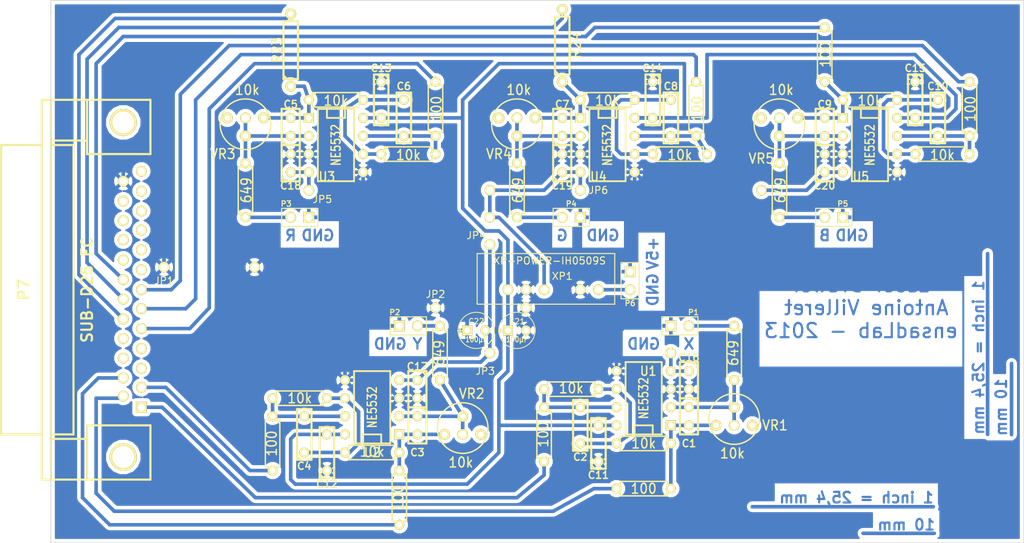
<source format=kicad_pcb>
(kicad_pcb (version 3) (host pcbnew "(2013-mar-13)-testing")
  (layers (15 Dessus.Cu signal) (0 Dessous.Cu signal) (18 B.Paste user) (19 F.Paste user) (20 B.SilkS user) (21 F.SilkS user) (22 B.Mask user) (23 F.Mask user) (28 Edge.Cuts user))
  (net 0 "")
  (net 1 -VAA)
  (net 2 /+Bout)
  (net 3 /+Gout)
  (net 4 /+Rout)
  (net 5 /+Xout)
  (net 6 /+Yout)
  (net 7 /-Bout)
  (net 8 /-Gout)
  (net 9 /-Rout)
  (net 10 /-Xout)
  (net 11 /-Yout)
  (net 12 /Vin)
  (net 13 GND)
  (net 14 N-000001)
  (net 15 N-0000010)
  (net 16 N-0000011)
  (net 17 N-0000012)
  (net 18 N-0000013)
  (net 19 N-0000014)
  (net 20 N-0000015)
  (net 21 N-0000016)
  (net 22 N-000002)
  (net 23 N-0000021)
  (net 24 N-0000022)
  (net 25 N-0000023)
  (net 26 N-0000026)
  (net 27 N-0000027)
  (net 28 N-0000028)
  (net 29 N-000003)
  (net 30 N-0000035)
  (net 31 N-0000036)
  (net 32 N-0000037)
  (net 33 N-0000038)
  (net 34 N-0000039)
  (net 35 N-000004)
  (net 36 N-0000040)
  (net 37 N-0000041)
  (net 38 N-0000042)
  (net 39 N-0000043)
  (net 40 N-0000044)
  (net 41 N-0000046)
  (net 42 N-0000047)
  (net 43 N-0000048)
  (net 44 N-0000049)
  (net 45 N-000005)
  (net 46 N-0000050)
  (net 47 N-0000051)
  (net 48 N-0000052)
  (net 49 N-0000053)
  (net 50 N-000006)
  (net 51 N-000007)
  (net 52 N-000008)
  (net 53 VAA)
  (module IHxxxxS (layer Dessus.Cu) (at 115.57 67.31 180)
    (fp_text reference XP1 (at 7.62 -3.175 180) (layer F.SilkS))
    (fp_text value XP-POWER-IH0509S (at 9.398 -1.016 180) (layer F.SilkS))
    (pad 1 thru_hole circle (at 2.54 -5.08 180) (size 1.5 1.5) (drill 1) (layers *.Cu *.Mask F.SilkS) (net 12 /Vin))
    (pad 2 thru_hole circle (at 5.08 -5.08 180) (size 1.5 1.5) (drill 1) (layers *.Cu *.Mask F.SilkS) (net 13 GND))
    (pad 4 thru_hole circle (at 10.16 -5.08 180) (size 1.5 1.5) (drill 1) (layers *.Cu *.Mask F.SilkS) (net 1 -VAA))
    (pad 5 thru_hole circle (at 12.7 -5.08 180) (size 1.5 1.5) (drill 1) (layers *.Cu *.Mask F.SilkS) (net 13 GND))
    (pad 6 thru_hole circle (at 15.24 -5.08 180) (size 1.5 1.5) (drill 1) (layers *.Cu *.Mask F.SilkS) (net 53 VAA))
  )
  (module JP0.3 (layer Dessus.Cu) (at 97.79 66.04 90)
    (fp_text reference JP4 (at 1.27 -1.905 180) (layer F.SilkS))
    (fp_text value " " (at 0 0 90) (layer F.SilkS))
    (pad 1 thru_hole circle (at 0 0 90) (size 1.5 1.5) (drill 1) (layers *.Cu *.Mask F.SilkS) (net 1 -VAA))
    (pad 2 thru_hole circle (at 3.81 0 90) (size 1.5 1.5) (drill 1) (layers *.Cu *.Mask F.SilkS) (net 1 -VAA))
  )
  (module PIN_ARRAY_2X1 (layer Dessus.Cu) (at 109.22 62.23 180)
    (fp_text reference P4 (at 0 1.905 180) (layer F.SilkS) (effects (font (size 0.762 0.762) (thickness 0.1524))))
    (fp_text value Gin hide)
    (pad 1 thru_hole rect (at -1.27 0 180) (size 1.524 1.524) (drill 1.016) (layers *.Cu *.Mask F.SilkS) (net 13 GND))
    (pad 2 thru_hole circle (at 1.27 0 180) (size 1.524 1.524) (drill 1.016) (layers *.Cu *.Mask F.SilkS) (net 50 N-000006))
  )
  (module PIN_ARRAY_2X1 (layer Dessus.Cu) (at 124.46 77.47)
    (fp_text reference P1 (at 1.905 -1.905) (layer F.SilkS) (effects (font (size 0.762 0.762) (thickness 0.1524))))
    (fp_text value Xin hide)
    (pad 1 thru_hole rect (at -1.27 0) (size 1.524 1.524) (drill 1.016) (layers *.Cu *.Mask F.SilkS) (net 13 GND))
    (pad 2 thru_hole circle (at 1.27 0) (size 1.524 1.524) (drill 1.016) (layers *.Cu *.Mask F.SilkS) (net 41 N-0000046))
  )
  (module DIP-8__300 (layer Dessus.Cu) (at 119.38 87.63 90)
    (fp_text reference U1 (at 3.81 0.635 180) (layer F.SilkS) (effects (font (size 1.27 1.143) (thickness 0.2032))))
    (fp_text value NE5532 (at 0 0 90) (layer F.SilkS) (effects (font (size 1.27 1.016) (thickness 0.2032))))
    (pad 1 thru_hole rect (at -3.81 3.81 90) (size 1.397 1.397) (drill 0.8128) (layers *.Cu *.Mask F.SilkS) (net 42 N-0000047))
    (pad 2 thru_hole circle (at -1.27 3.81 90) (size 1.397 1.397) (drill 0.8128) (layers *.Cu *.Mask F.SilkS) (net 43 N-0000048))
    (pad 3 thru_hole circle (at 1.27 3.81 90) (size 1.397 1.397) (drill 0.8128) (layers *.Cu *.Mask F.SilkS) (net 13 GND))
    (pad 4 thru_hole circle (at 3.81 3.81 90) (size 1.397 1.397) (drill 0.8128) (layers *.Cu *.Mask F.SilkS) (net 1 -VAA))
    (pad 5 thru_hole circle (at 3.81 -3.81 90) (size 1.397 1.397) (drill 0.8128) (layers *.Cu *.Mask F.SilkS) (net 13 GND))
    (pad 6 thru_hole circle (at 1.27 -3.81 90) (size 1.397 1.397) (drill 0.8128) (layers *.Cu *.Mask F.SilkS) (net 21 N-0000016))
    (pad 7 thru_hole circle (at -1.27 -3.81 90) (size 1.397 1.397) (drill 0.8128) (layers *.Cu *.Mask F.SilkS) (net 49 N-0000053))
    (pad 8 thru_hole circle (at -3.81 -3.81 90) (size 1.397 1.397) (drill 0.8128) (layers *.Cu *.Mask F.SilkS) (net 53 VAA))
  )
  (module C1 (layer Dessus.Cu) (at 125.73 90.17 270)
    (fp_text reference C1 (at 3.81 0 360) (layer F.SilkS) (effects (font (size 1.016 1.016) (thickness 0.2032))))
    (fp_text value 220p hide)
    (pad 1 thru_hole circle (at -1.27 0 270) (size 1.397 1.397) (drill 0.8128) (layers *.Cu *.Mask F.SilkS) (net 43 N-0000048))
    (pad 2 thru_hole circle (at 1.27 0 270) (size 1.397 1.397) (drill 0.8128) (layers *.Cu *.Mask F.SilkS) (net 42 N-0000047))
  )
  (module R3 (layer Dessus.Cu) (at 132.08 81.28 270)
    (fp_text reference R1 hide)
    (fp_text value 649 (at 0 0.127 270) (layer F.SilkS) (effects (font (size 1.397 1.27) (thickness 0.2032))))
    (pad 1 thru_hole circle (at -3.81 0 270) (size 1.397 1.397) (drill 0.8128) (layers *.Cu *.Mask F.SilkS) (net 41 N-0000046))
    (pad 2 thru_hole circle (at 3.81 0 270) (size 1.397 1.397) (drill 0.8128) (layers *.Cu *.Mask F.SilkS) (net 43 N-0000048))
  )
  (module R3 (layer Dessus.Cu) (at 105.41 92.71 270)
    (fp_text reference R16 hide)
    (fp_text value 100 (at 0 0.127 270) (layer F.SilkS) (effects (font (size 1.397 1.27) (thickness 0.2032))))
    (pad 1 thru_hole circle (at -3.81 0 270) (size 1.397 1.397) (drill 0.8128) (layers *.Cu *.Mask F.SilkS) (net 49 N-0000053))
    (pad 2 thru_hole circle (at 3.81 0 270) (size 1.397 1.397) (drill 0.8128) (layers *.Cu *.Mask F.SilkS) (net 5 /+Xout))
  )
  (module R3 (layer Dessus.Cu) (at 119.38 100.33 180)
    (fp_text reference R21 hide)
    (fp_text value 100 (at 0 0 180) (layer F.SilkS) (effects (font (size 1.397 1.27) (thickness 0.2032))))
    (pad 1 thru_hole circle (at -3.81 0 180) (size 1.397 1.397) (drill 0.8128) (layers *.Cu *.Mask F.SilkS) (net 42 N-0000047))
    (pad 2 thru_hole circle (at 3.81 0 180) (size 1.397 1.397) (drill 0.8128) (layers *.Cu *.Mask F.SilkS) (net 10 /-Xout))
  )
  (module R3 (layer Dessus.Cu) (at 119.38 93.98 180)
    (fp_text reference R6 hide)
    (fp_text value 10k (at 0 0 180) (layer F.SilkS) (effects (font (size 1.397 1.27) (thickness 0.2032))))
    (pad 1 thru_hole circle (at -3.81 0 180) (size 1.397 1.397) (drill 0.8128) (layers *.Cu *.Mask F.SilkS) (net 42 N-0000047))
    (pad 2 thru_hole circle (at 3.81 0 180) (size 1.397 1.397) (drill 0.8128) (layers *.Cu *.Mask F.SilkS) (net 21 N-0000016))
  )
  (module R3 (layer Dessus.Cu) (at 109.22 86.36 180)
    (fp_text reference R11 hide)
    (fp_text value 10k (at 0 0.127 180) (layer F.SilkS) (effects (font (size 1.397 1.27) (thickness 0.2032))))
    (pad 1 thru_hole circle (at -3.81 0 180) (size 1.397 1.397) (drill 0.8128) (layers *.Cu *.Mask F.SilkS) (net 21 N-0000016))
    (pad 2 thru_hole circle (at 3.81 0 180) (size 1.397 1.397) (drill 0.8128) (layers *.Cu *.Mask F.SilkS) (net 49 N-0000053))
  )
  (module C1 (layer Dessus.Cu) (at 125.73 85.09 270)
    (fp_text reference C16 (at -3.175 0 360) (layer F.SilkS) (effects (font (size 1.016 1.016) (thickness 0.2032))))
    (fp_text value 100nF hide)
    (pad 1 thru_hole circle (at -1.27 0 270) (size 1.397 1.397) (drill 0.8128) (layers *.Cu *.Mask F.SilkS) (net 1 -VAA))
    (pad 2 thru_hole circle (at 1.27 0 270) (size 1.397 1.397) (drill 0.8128) (layers *.Cu *.Mask F.SilkS) (net 13 GND))
  )
  (module C1 (layer Dessus.Cu) (at 87.63 86.36 270)
    (fp_text reference C17 (at -3.175 0 360) (layer F.SilkS) (effects (font (size 1.016 1.016) (thickness 0.2032))))
    (fp_text value 100nF hide)
    (pad 1 thru_hole circle (at -1.27 0 270) (size 1.397 1.397) (drill 0.8128) (layers *.Cu *.Mask F.SilkS) (net 1 -VAA))
    (pad 2 thru_hole circle (at 1.27 0 270) (size 1.397 1.397) (drill 0.8128) (layers *.Cu *.Mask F.SilkS) (net 13 GND))
  )
  (module R3 (layer Dessus.Cu) (at 86.36 53.34)
    (fp_text reference R13 hide)
    (fp_text value 10k (at 0 0.127) (layer F.SilkS) (effects (font (size 1.397 1.27) (thickness 0.2032))))
    (pad 1 thru_hole circle (at -3.81 0) (size 1.397 1.397) (drill 0.8128) (layers *.Cu *.Mask F.SilkS) (net 22 N-000002))
    (pad 2 thru_hole circle (at 3.81 0) (size 1.397 1.397) (drill 0.8128) (layers *.Cu *.Mask F.SilkS) (net 14 N-000001))
  )
  (module R3 (layer Dessus.Cu) (at 126.746 46.99 90)
    (fp_text reference R19 hide)
    (fp_text value 100 (at 0 0.127 90) (layer F.SilkS) (effects (font (size 1.397 1.27) (thickness 0.2032))))
    (pad 1 thru_hole circle (at -3.81 0 90) (size 1.397 1.397) (drill 0.8128) (layers *.Cu *.Mask F.SilkS) (net 15 N-0000010))
    (pad 2 thru_hole circle (at 3.81 0 90) (size 1.397 1.397) (drill 0.8128) (layers *.Cu *.Mask F.SilkS) (net 3 /+Gout))
  )
  (module R3 (layer Dessus.Cu) (at 138.43 58.42 90)
    (fp_text reference R5 hide)
    (fp_text value 649 (at 0 0.127 90) (layer F.SilkS) (effects (font (size 1.397 1.27) (thickness 0.2032))))
    (pad 1 thru_hole circle (at -3.81 0 90) (size 1.397 1.397) (drill 0.8128) (layers *.Cu *.Mask F.SilkS) (net 25 N-0000023))
    (pad 2 thru_hole circle (at 3.81 0 90) (size 1.397 1.397) (drill 0.8128) (layers *.Cu *.Mask F.SilkS) (net 17 N-0000012))
  )
  (module R3 (layer Dessus.Cu) (at 124.46 53.34)
    (fp_text reference R14 hide)
    (fp_text value 10k (at 0 0.127) (layer F.SilkS) (effects (font (size 1.397 1.27) (thickness 0.2032))))
    (pad 1 thru_hole circle (at -3.81 0) (size 1.397 1.397) (drill 0.8128) (layers *.Cu *.Mask F.SilkS) (net 52 N-000008))
    (pad 2 thru_hole circle (at 3.81 0) (size 1.397 1.397) (drill 0.8128) (layers *.Cu *.Mask F.SilkS) (net 15 N-0000010))
  )
  (module R3 (layer Dessus.Cu) (at 114.3 45.72)
    (fp_text reference R9 hide)
    (fp_text value 10k (at 0 0.127) (layer F.SilkS) (effects (font (size 1.397 1.27) (thickness 0.2032))))
    (pad 1 thru_hole circle (at -3.81 0) (size 1.397 1.397) (drill 0.8128) (layers *.Cu *.Mask F.SilkS) (net 16 N-0000011))
    (pad 2 thru_hole circle (at 3.81 0) (size 1.397 1.397) (drill 0.8128) (layers *.Cu *.Mask F.SilkS) (net 52 N-000008))
  )
  (module R3 (layer Dessus.Cu) (at 101.6 58.42 90)
    (fp_text reference R4 hide)
    (fp_text value 649 (at 0 0.127 90) (layer F.SilkS) (effects (font (size 1.397 1.27) (thickness 0.2032))))
    (pad 1 thru_hole circle (at -3.81 0 90) (size 1.397 1.397) (drill 0.8128) (layers *.Cu *.Mask F.SilkS) (net 50 N-000006))
    (pad 2 thru_hole circle (at 3.81 0 90) (size 1.397 1.397) (drill 0.8128) (layers *.Cu *.Mask F.SilkS) (net 45 N-000005))
  )
  (module R3 (layer Dessus.Cu) (at 90.17 46.99 90)
    (fp_text reference R18 hide)
    (fp_text value 100 (at 0 0.127 90) (layer F.SilkS) (effects (font (size 1.397 1.27) (thickness 0.2032))))
    (pad 1 thru_hole circle (at -3.81 0 90) (size 1.397 1.397) (drill 0.8128) (layers *.Cu *.Mask F.SilkS) (net 14 N-000001))
    (pad 2 thru_hole circle (at 3.81 0 90) (size 1.397 1.397) (drill 0.8128) (layers *.Cu *.Mask F.SilkS) (net 4 /+Rout))
  )
  (module R3 (layer Dessus.Cu) (at 151.13 45.72)
    (fp_text reference R10 hide)
    (fp_text value 10k (at 0 0.127) (layer F.SilkS) (effects (font (size 1.397 1.27) (thickness 0.2032))))
    (pad 1 thru_hole circle (at -3.81 0) (size 1.397 1.397) (drill 0.8128) (layers *.Cu *.Mask F.SilkS) (net 28 N-0000028))
    (pad 2 thru_hole circle (at 3.81 0) (size 1.397 1.397) (drill 0.8128) (layers *.Cu *.Mask F.SilkS) (net 27 N-0000027))
  )
  (module R3 (layer Dessus.Cu) (at 76.2 45.72)
    (fp_text reference R8 hide)
    (fp_text value 10k (at 0 0.127) (layer F.SilkS) (effects (font (size 1.397 1.27) (thickness 0.2032))))
    (pad 1 thru_hole circle (at -3.81 0) (size 1.397 1.397) (drill 0.8128) (layers *.Cu *.Mask F.SilkS) (net 29 N-000003))
    (pad 2 thru_hole circle (at 3.81 0) (size 1.397 1.397) (drill 0.8128) (layers *.Cu *.Mask F.SilkS) (net 22 N-000002))
  )
  (module R3 (layer Dessus.Cu) (at 63.5 58.42 90)
    (fp_text reference R3 hide)
    (fp_text value 649 (at 0 0.127 90) (layer F.SilkS) (effects (font (size 1.397 1.27) (thickness 0.2032))))
    (pad 1 thru_hole circle (at -3.81 0 90) (size 1.397 1.397) (drill 0.8128) (layers *.Cu *.Mask F.SilkS) (net 51 N-000007))
    (pad 2 thru_hole circle (at 3.81 0 90) (size 1.397 1.397) (drill 0.8128) (layers *.Cu *.Mask F.SilkS) (net 35 N-000004))
  )
  (module R3 (layer Dessus.Cu) (at 161.29 53.34)
    (fp_text reference R15 hide)
    (fp_text value 10k (at 0 0.127) (layer F.SilkS) (effects (font (size 1.397 1.27) (thickness 0.2032))))
    (pad 1 thru_hole circle (at -3.81 0) (size 1.397 1.397) (drill 0.8128) (layers *.Cu *.Mask F.SilkS) (net 27 N-0000027))
    (pad 2 thru_hole circle (at 3.81 0) (size 1.397 1.397) (drill 0.8128) (layers *.Cu *.Mask F.SilkS) (net 26 N-0000026))
  )
  (module R3 (layer Dessus.Cu) (at 85.09 101.6 270)
    (fp_text reference R22 hide)
    (fp_text value 100 (at 0 0.127 270) (layer F.SilkS) (effects (font (size 1.397 1.27) (thickness 0.2032))))
    (pad 1 thru_hole circle (at -3.81 0 270) (size 1.397 1.397) (drill 0.8128) (layers *.Cu *.Mask F.SilkS) (net 18 N-0000013))
    (pad 2 thru_hole circle (at 3.81 0 270) (size 1.397 1.397) (drill 0.8128) (layers *.Cu *.Mask F.SilkS) (net 11 /-Yout))
  )
  (module R3 (layer Dessus.Cu) (at 67.31 93.98 270)
    (fp_text reference R17 hide)
    (fp_text value 100 (at 0 0.127 270) (layer F.SilkS) (effects (font (size 1.397 1.27) (thickness 0.2032))))
    (pad 1 thru_hole circle (at -3.81 0 270) (size 1.397 1.397) (drill 0.8128) (layers *.Cu *.Mask F.SilkS) (net 23 N-0000021))
    (pad 2 thru_hole circle (at 3.81 0 270) (size 1.397 1.397) (drill 0.8128) (layers *.Cu *.Mask F.SilkS) (net 6 /+Yout))
  )
  (module R3 (layer Dessus.Cu) (at 165.1 46.99 90)
    (fp_text reference R20 hide)
    (fp_text value 100 (at 0 0.127 90) (layer F.SilkS) (effects (font (size 1.397 1.27) (thickness 0.2032))))
    (pad 1 thru_hole circle (at -3.81 0 90) (size 1.397 1.397) (drill 0.8128) (layers *.Cu *.Mask F.SilkS) (net 26 N-0000026))
    (pad 2 thru_hole circle (at 3.81 0 90) (size 1.397 1.397) (drill 0.8128) (layers *.Cu *.Mask F.SilkS) (net 2 /+Bout))
  )
  (module R3 (layer Dessus.Cu) (at 144.78 39.37 90)
    (fp_text reference R25 hide)
    (fp_text value 100 (at 0 0.127 90) (layer F.SilkS) (effects (font (size 1.397 1.27) (thickness 0.2032))))
    (pad 1 thru_hole circle (at -3.81 0 90) (size 1.397 1.397) (drill 0.8128) (layers *.Cu *.Mask F.SilkS) (net 28 N-0000028))
    (pad 2 thru_hole circle (at 3.81 0 90) (size 1.397 1.397) (drill 0.8128) (layers *.Cu *.Mask F.SilkS) (net 7 /-Bout))
  )
  (module R3 (layer Dessus.Cu) (at 71.12 87.63 180)
    (fp_text reference R12 hide)
    (fp_text value 10k (at 0 0 180) (layer F.SilkS) (effects (font (size 1.397 1.27) (thickness 0.2032))))
    (pad 1 thru_hole circle (at -3.81 0 180) (size 1.397 1.397) (drill 0.8128) (layers *.Cu *.Mask F.SilkS) (net 24 N-0000022))
    (pad 2 thru_hole circle (at 3.81 0 180) (size 1.397 1.397) (drill 0.8128) (layers *.Cu *.Mask F.SilkS) (net 23 N-0000021))
  )
  (module R3 (layer Dessus.Cu) (at 81.28 95.25 180)
    (fp_text reference R7 hide)
    (fp_text value 10k (at 0 0.127 180) (layer F.SilkS) (effects (font (size 1.397 1.27) (thickness 0.2032))))
    (pad 1 thru_hole circle (at -3.81 0 180) (size 1.397 1.397) (drill 0.8128) (layers *.Cu *.Mask F.SilkS) (net 18 N-0000013))
    (pad 2 thru_hole circle (at 3.81 0 180) (size 1.397 1.397) (drill 0.8128) (layers *.Cu *.Mask F.SilkS) (net 24 N-0000022))
  )
  (module R3 (layer Dessus.Cu) (at 90.805 81.28 270)
    (fp_text reference R2 hide)
    (fp_text value 649 (at 0 0.127 270) (layer F.SilkS) (effects (font (size 1.397 1.27) (thickness 0.2032))))
    (pad 1 thru_hole circle (at -3.81 0 270) (size 1.397 1.397) (drill 0.8128) (layers *.Cu *.Mask F.SilkS) (net 20 N-0000015))
    (pad 2 thru_hole circle (at 3.81 0 270) (size 1.397 1.397) (drill 0.8128) (layers *.Cu *.Mask F.SilkS) (net 19 N-0000014))
  )
  (module PIN_ARRAY_2X1 (layer Dessus.Cu) (at 146.05 62.23 180)
    (fp_text reference P5 (at -1.27 1.905 180) (layer F.SilkS) (effects (font (size 0.762 0.762) (thickness 0.1524))))
    (fp_text value Bin hide)
    (pad 1 thru_hole rect (at -1.27 0 180) (size 1.524 1.524) (drill 1.016) (layers *.Cu *.Mask F.SilkS) (net 13 GND))
    (pad 2 thru_hole circle (at 1.27 0 180) (size 1.524 1.524) (drill 1.016) (layers *.Cu *.Mask F.SilkS) (net 25 N-0000023))
  )
  (module PIN_ARRAY_2X1 (layer Dessus.Cu) (at 86.36 77.47)
    (fp_text reference P2 (at -1.905 -1.905) (layer F.SilkS) (effects (font (size 0.762 0.762) (thickness 0.1524))))
    (fp_text value Yin hide)
    (pad 1 thru_hole rect (at -1.27 0) (size 1.524 1.524) (drill 1.016) (layers *.Cu *.Mask F.SilkS) (net 13 GND))
    (pad 2 thru_hole circle (at 1.27 0) (size 1.524 1.524) (drill 1.016) (layers *.Cu *.Mask F.SilkS) (net 20 N-0000015))
  )
  (module DIP-8__300 (layer Dessus.Cu) (at 114.3 52.07 270)
    (fp_text reference U4 (at 4.445 1.27 360) (layer F.SilkS) (effects (font (size 1.27 1.143) (thickness 0.2032))))
    (fp_text value NE5532 (at 0 0 270) (layer F.SilkS) (effects (font (size 1.27 1.016) (thickness 0.2032))))
    (pad 1 thru_hole rect (at -3.81 3.81 270) (size 1.397 1.397) (drill 0.8128) (layers *.Cu *.Mask F.SilkS) (net 16 N-0000011))
    (pad 2 thru_hole circle (at -1.27 3.81 270) (size 1.397 1.397) (drill 0.8128) (layers *.Cu *.Mask F.SilkS) (net 45 N-000005))
    (pad 3 thru_hole circle (at 1.27 3.81 270) (size 1.397 1.397) (drill 0.8128) (layers *.Cu *.Mask F.SilkS) (net 13 GND))
    (pad 4 thru_hole circle (at 3.81 3.81 270) (size 1.397 1.397) (drill 0.8128) (layers *.Cu *.Mask F.SilkS) (net 1 -VAA))
    (pad 5 thru_hole circle (at 3.81 -3.81 270) (size 1.397 1.397) (drill 0.8128) (layers *.Cu *.Mask F.SilkS) (net 13 GND))
    (pad 6 thru_hole circle (at 1.27 -3.81 270) (size 1.397 1.397) (drill 0.8128) (layers *.Cu *.Mask F.SilkS) (net 52 N-000008))
    (pad 7 thru_hole circle (at -1.27 -3.81 270) (size 1.397 1.397) (drill 0.8128) (layers *.Cu *.Mask F.SilkS) (net 15 N-0000010))
    (pad 8 thru_hole circle (at -3.81 -3.81 270) (size 1.397 1.397) (drill 0.8128) (layers *.Cu *.Mask F.SilkS) (net 53 VAA))
  )
  (module DIP-8__300 (layer Dessus.Cu) (at 151.13 52.07 270)
    (fp_text reference U5 (at 4.445 1.27 360) (layer F.SilkS) (effects (font (size 1.27 1.143) (thickness 0.2032))))
    (fp_text value NE5532 (at 0 0 270) (layer F.SilkS) (effects (font (size 1.27 1.016) (thickness 0.2032))))
    (pad 1 thru_hole rect (at -3.81 3.81 270) (size 1.397 1.397) (drill 0.8128) (layers *.Cu *.Mask F.SilkS) (net 28 N-0000028))
    (pad 2 thru_hole circle (at -1.27 3.81 270) (size 1.397 1.397) (drill 0.8128) (layers *.Cu *.Mask F.SilkS) (net 17 N-0000012))
    (pad 3 thru_hole circle (at 1.27 3.81 270) (size 1.397 1.397) (drill 0.8128) (layers *.Cu *.Mask F.SilkS) (net 13 GND))
    (pad 4 thru_hole circle (at 3.81 3.81 270) (size 1.397 1.397) (drill 0.8128) (layers *.Cu *.Mask F.SilkS) (net 1 -VAA))
    (pad 5 thru_hole circle (at 3.81 -3.81 270) (size 1.397 1.397) (drill 0.8128) (layers *.Cu *.Mask F.SilkS) (net 13 GND))
    (pad 6 thru_hole circle (at 1.27 -3.81 270) (size 1.397 1.397) (drill 0.8128) (layers *.Cu *.Mask F.SilkS) (net 27 N-0000027))
    (pad 7 thru_hole circle (at -1.27 -3.81 270) (size 1.397 1.397) (drill 0.8128) (layers *.Cu *.Mask F.SilkS) (net 26 N-0000026))
    (pad 8 thru_hole circle (at -3.81 -3.81 270) (size 1.397 1.397) (drill 0.8128) (layers *.Cu *.Mask F.SilkS) (net 53 VAA))
  )
  (module DIP-8__300 (layer Dessus.Cu) (at 81.28 88.9 90)
    (fp_text reference U2 (at -6.35 0 180) (layer F.SilkS) (effects (font (size 1.27 1.143) (thickness 0.2032))))
    (fp_text value NE5532 (at 0 0 90) (layer F.SilkS) (effects (font (size 1.27 1.016) (thickness 0.2032))))
    (pad 1 thru_hole rect (at -3.81 3.81 90) (size 1.397 1.397) (drill 0.8128) (layers *.Cu *.Mask F.SilkS) (net 18 N-0000013))
    (pad 2 thru_hole circle (at -1.27 3.81 90) (size 1.397 1.397) (drill 0.8128) (layers *.Cu *.Mask F.SilkS) (net 19 N-0000014))
    (pad 3 thru_hole circle (at 1.27 3.81 90) (size 1.397 1.397) (drill 0.8128) (layers *.Cu *.Mask F.SilkS) (net 13 GND))
    (pad 4 thru_hole circle (at 3.81 3.81 90) (size 1.397 1.397) (drill 0.8128) (layers *.Cu *.Mask F.SilkS) (net 1 -VAA))
    (pad 5 thru_hole circle (at 3.81 -3.81 90) (size 1.397 1.397) (drill 0.8128) (layers *.Cu *.Mask F.SilkS) (net 13 GND))
    (pad 6 thru_hole circle (at 1.27 -3.81 90) (size 1.397 1.397) (drill 0.8128) (layers *.Cu *.Mask F.SilkS) (net 24 N-0000022))
    (pad 7 thru_hole circle (at -1.27 -3.81 90) (size 1.397 1.397) (drill 0.8128) (layers *.Cu *.Mask F.SilkS) (net 23 N-0000021))
    (pad 8 thru_hole circle (at -3.81 -3.81 90) (size 1.397 1.397) (drill 0.8128) (layers *.Cu *.Mask F.SilkS) (net 53 VAA))
  )
  (module DIP-8__300 (layer Dessus.Cu) (at 76.2 52.07 270)
    (fp_text reference U3 (at 4.445 1.27 360) (layer F.SilkS) (effects (font (size 1.27 1.143) (thickness 0.2032))))
    (fp_text value NE5532 (at 0 0 270) (layer F.SilkS) (effects (font (size 1.27 1.016) (thickness 0.2032))))
    (pad 1 thru_hole rect (at -3.81 3.81 270) (size 1.397 1.397) (drill 0.8128) (layers *.Cu *.Mask F.SilkS) (net 29 N-000003))
    (pad 2 thru_hole circle (at -1.27 3.81 270) (size 1.397 1.397) (drill 0.8128) (layers *.Cu *.Mask F.SilkS) (net 35 N-000004))
    (pad 3 thru_hole circle (at 1.27 3.81 270) (size 1.397 1.397) (drill 0.8128) (layers *.Cu *.Mask F.SilkS) (net 13 GND))
    (pad 4 thru_hole circle (at 3.81 3.81 270) (size 1.397 1.397) (drill 0.8128) (layers *.Cu *.Mask F.SilkS) (net 1 -VAA))
    (pad 5 thru_hole circle (at 3.81 -3.81 270) (size 1.397 1.397) (drill 0.8128) (layers *.Cu *.Mask F.SilkS) (net 13 GND))
    (pad 6 thru_hole circle (at 1.27 -3.81 270) (size 1.397 1.397) (drill 0.8128) (layers *.Cu *.Mask F.SilkS) (net 22 N-000002))
    (pad 7 thru_hole circle (at -1.27 -3.81 270) (size 1.397 1.397) (drill 0.8128) (layers *.Cu *.Mask F.SilkS) (net 14 N-000001))
    (pad 8 thru_hole circle (at -3.81 -3.81 270) (size 1.397 1.397) (drill 0.8128) (layers *.Cu *.Mask F.SilkS) (net 53 VAA))
  )
  (module C1 (layer Dessus.Cu) (at 107.95 49.53 90)
    (fp_text reference C7 (at 3.175 0 180) (layer F.SilkS) (effects (font (size 1.016 1.016) (thickness 0.2032))))
    (fp_text value 220p hide)
    (pad 1 thru_hole circle (at -1.27 0 90) (size 1.397 1.397) (drill 0.8128) (layers *.Cu *.Mask F.SilkS) (net 45 N-000005))
    (pad 2 thru_hole circle (at 1.27 0 90) (size 1.397 1.397) (drill 0.8128) (layers *.Cu *.Mask F.SilkS) (net 16 N-0000011))
  )
  (module C1 (layer Dessus.Cu) (at 69.85 49.53 90)
    (fp_text reference C5 (at 3.175 0 180) (layer F.SilkS) (effects (font (size 1.016 1.016) (thickness 0.2032))))
    (fp_text value 220p hide)
    (pad 1 thru_hole circle (at -1.27 0 90) (size 1.397 1.397) (drill 0.8128) (layers *.Cu *.Mask F.SilkS) (net 35 N-000004))
    (pad 2 thru_hole circle (at 1.27 0 90) (size 1.397 1.397) (drill 0.8128) (layers *.Cu *.Mask F.SilkS) (net 29 N-000003))
  )
  (module C1 (layer Dessus.Cu) (at 144.78 49.53 90)
    (fp_text reference C9 (at 3.175 0 180) (layer F.SilkS) (effects (font (size 1.016 1.016) (thickness 0.2032))))
    (fp_text value 220p hide)
    (pad 1 thru_hole circle (at -1.27 0 90) (size 1.397 1.397) (drill 0.8128) (layers *.Cu *.Mask F.SilkS) (net 17 N-0000012))
    (pad 2 thru_hole circle (at 1.27 0 90) (size 1.397 1.397) (drill 0.8128) (layers *.Cu *.Mask F.SilkS) (net 28 N-0000028))
  )
  (module C1 (layer Dessus.Cu) (at 87.63 91.44 270)
    (fp_text reference C3 (at 3.81 0 360) (layer F.SilkS) (effects (font (size 1.016 1.016) (thickness 0.2032))))
    (fp_text value 220p hide)
    (pad 1 thru_hole circle (at -1.27 0 270) (size 1.397 1.397) (drill 0.8128) (layers *.Cu *.Mask F.SilkS) (net 19 N-0000014))
    (pad 2 thru_hole circle (at 1.27 0 270) (size 1.397 1.397) (drill 0.8128) (layers *.Cu *.Mask F.SilkS) (net 18 N-0000013))
  )
  (module R4 (layer Dessus.Cu) (at 69.85 38.735 90)
    (fp_text reference R23 (at 0 -1.905 90) (layer F.SilkS) (effects (font (size 1.397 1.27) (thickness 0.2032))))
    (fp_text value 100 hide)
    (pad 1 thru_hole circle (at -5.08 0 90) (size 1.524 1.524) (drill 0.8128) (layers *.Cu *.Mask F.SilkS) (net 29 N-000003))
    (pad 2 thru_hole circle (at 5.08 0 90) (size 1.524 1.524) (drill 0.8128) (layers *.Cu *.Mask F.SilkS) (net 9 /-Rout))
  )
  (module C2 (layer Dessus.Cu) (at 123.19 48.26 270)
    (fp_text reference C8 (at -4.445 0 360) (layer F.SilkS) (effects (font (size 1.016 1.016) (thickness 0.2032))))
    (fp_text value 220p hide)
    (pad 1 thru_hole circle (at -2.54 0 270) (size 1.397 1.397) (drill 0.8128) (layers *.Cu *.Mask F.SilkS) (net 52 N-000008))
    (pad 2 thru_hole circle (at 2.54 0 270) (size 1.397 1.397) (drill 0.8128) (layers *.Cu *.Mask F.SilkS) (net 15 N-0000010))
  )
  (module C2 (layer Dessus.Cu) (at 85.725 48.26 270)
    (fp_text reference C6 (at -4.445 0 360) (layer F.SilkS) (effects (font (size 1.016 1.016) (thickness 0.2032))))
    (fp_text value 220p hide)
    (pad 1 thru_hole circle (at -2.54 0 270) (size 1.397 1.397) (drill 0.8128) (layers *.Cu *.Mask F.SilkS) (net 22 N-000002))
    (pad 2 thru_hole circle (at 2.54 0 270) (size 1.397 1.397) (drill 0.8128) (layers *.Cu *.Mask F.SilkS) (net 14 N-000001))
  )
  (module C2 (layer Dessus.Cu) (at 160.655 48.26 270)
    (fp_text reference C10 (at -4.445 0 360) (layer F.SilkS) (effects (font (size 1.016 1.016) (thickness 0.2032))))
    (fp_text value 220p hide)
    (pad 1 thru_hole circle (at -2.54 0 270) (size 1.397 1.397) (drill 0.8128) (layers *.Cu *.Mask F.SilkS) (net 27 N-0000027))
    (pad 2 thru_hole circle (at 2.54 0 270) (size 1.397 1.397) (drill 0.8128) (layers *.Cu *.Mask F.SilkS) (net 26 N-0000026))
  )
  (module C2 (layer Dessus.Cu) (at 71.755 92.71 90)
    (fp_text reference C4 (at -4.445 0 180) (layer F.SilkS) (effects (font (size 1.016 1.016) (thickness 0.2032))))
    (fp_text value 220p hide)
    (pad 1 thru_hole circle (at -2.54 0 90) (size 1.397 1.397) (drill 0.8128) (layers *.Cu *.Mask F.SilkS) (net 24 N-0000022))
    (pad 2 thru_hole circle (at 2.54 0 90) (size 1.397 1.397) (drill 0.8128) (layers *.Cu *.Mask F.SilkS) (net 23 N-0000021))
  )
  (module C2 (layer Dessus.Cu) (at 110.49 91.44 90)
    (fp_text reference C2 (at -4.445 0 180) (layer F.SilkS) (effects (font (size 1.016 1.016) (thickness 0.2032))))
    (fp_text value 220p hide)
    (pad 1 thru_hole circle (at -2.54 0 90) (size 1.397 1.397) (drill 0.8128) (layers *.Cu *.Mask F.SilkS) (net 21 N-0000016))
    (pad 2 thru_hole circle (at 2.54 0 90) (size 1.397 1.397) (drill 0.8128) (layers *.Cu *.Mask F.SilkS) (net 49 N-0000053))
  )
  (module R4 (layer Dessus.Cu) (at 107.95 38.1 90)
    (fp_text reference R24 (at 0 1.905 90) (layer F.SilkS) (effects (font (size 1.397 1.27) (thickness 0.2032))))
    (fp_text value 100 hide)
    (pad 1 thru_hole circle (at -5.08 0 90) (size 1.524 1.524) (drill 0.8128) (layers *.Cu *.Mask F.SilkS) (net 16 N-0000011))
    (pad 2 thru_hole circle (at 5.08 0 90) (size 1.524 1.524) (drill 0.8128) (layers *.Cu *.Mask F.SilkS) (net 8 /-Gout))
  )
  (module jp0.5 (layer Dessus.Cu) (at 90.17 74.93)
    (fp_text reference JP2 (at 0 -1.905) (layer F.SilkS))
    (fp_text value " " (at 0 -1.905) (layer F.SilkS))
    (pad 1 thru_hole circle (at 0 0) (size 1.5 1.5) (drill 1) (layers *.Cu *.Mask F.SilkS) (net 13 GND))
    (pad 2 thru_hole circle (at 12.7 0) (size 1.5 1.5) (drill 1) (layers *.Cu *.Mask F.SilkS) (net 13 GND))
  )
  (module RV3 (layer Dessus.Cu) (at 101.6 49.53 180)
    (fp_text reference VR4 (at 2.54 -3.81 180) (layer F.SilkS) (effects (font (size 1.397 1.27) (thickness 0.2032))))
    (fp_text value 10k (at -0.254 5.207 180) (layer F.SilkS) (effects (font (size 1.397 1.27) (thickness 0.2032))))
    (pad 1 thru_hole circle (at -2.54 1.27 180) (size 1.524 1.524) (drill 0.8128) (layers *.Cu *.Mask F.SilkS) (net 16 N-0000011))
    (pad 2 thru_hole circle (at 0 -1.27 180) (size 1.524 1.524) (drill 0.8128) (layers *.Cu *.Mask F.SilkS) (net 45 N-000005))
    (pad 3 thru_hole circle (at 2.54 1.27 180) (size 1.524 1.524) (drill 0.8128) (layers *.Cu *.Mask F.SilkS))
    (pad 2 thru_hole circle (at 0 1.27 180) (size 1.5 1.5) (drill 1) (layers *.Cu *.Mask F.SilkS) (net 45 N-000005))
  )
  (module RV3 (layer Dessus.Cu) (at 132.08 90.17)
    (fp_text reference VR1 (at 5.715 1.27) (layer F.SilkS) (effects (font (size 1.397 1.27) (thickness 0.2032))))
    (fp_text value 10k (at -0.254 5.207) (layer F.SilkS) (effects (font (size 1.397 1.27) (thickness 0.2032))))
    (pad 1 thru_hole circle (at -2.54 1.27) (size 1.524 1.524) (drill 0.8128) (layers *.Cu *.Mask F.SilkS) (net 42 N-0000047))
    (pad 2 thru_hole circle (at 0 -1.27) (size 1.524 1.524) (drill 0.8128) (layers *.Cu *.Mask F.SilkS) (net 43 N-0000048))
    (pad 3 thru_hole circle (at 2.54 1.27) (size 1.524 1.524) (drill 0.8128) (layers *.Cu *.Mask F.SilkS))
    (pad 2 thru_hole circle (at 0 1.27) (size 1.5 1.5) (drill 1) (layers *.Cu *.Mask F.SilkS) (net 43 N-0000048))
  )
  (module RV3 (layer Dessus.Cu) (at 93.98 91.44)
    (fp_text reference VR2 (at 1.27 -4.445) (layer F.SilkS) (effects (font (size 1.397 1.27) (thickness 0.2032))))
    (fp_text value 10k (at -0.254 5.207) (layer F.SilkS) (effects (font (size 1.397 1.27) (thickness 0.2032))))
    (pad 1 thru_hole circle (at -2.54 1.27) (size 1.524 1.524) (drill 0.8128) (layers *.Cu *.Mask F.SilkS) (net 18 N-0000013))
    (pad 2 thru_hole circle (at 0 -1.27) (size 1.524 1.524) (drill 0.8128) (layers *.Cu *.Mask F.SilkS) (net 19 N-0000014))
    (pad 3 thru_hole circle (at 2.54 1.27) (size 1.524 1.524) (drill 0.8128) (layers *.Cu *.Mask F.SilkS))
    (pad 2 thru_hole circle (at 0 1.27) (size 1.5 1.5) (drill 1) (layers *.Cu *.Mask F.SilkS) (net 19 N-0000014))
  )
  (module RV3 (layer Dessus.Cu) (at 138.43 49.53 180)
    (fp_text reference VR5 (at 2.54 -4.445 180) (layer F.SilkS) (effects (font (size 1.397 1.27) (thickness 0.2032))))
    (fp_text value 10k (at -0.254 5.207 180) (layer F.SilkS) (effects (font (size 1.397 1.27) (thickness 0.2032))))
    (pad 1 thru_hole circle (at -2.54 1.27 180) (size 1.524 1.524) (drill 0.8128) (layers *.Cu *.Mask F.SilkS) (net 28 N-0000028))
    (pad 2 thru_hole circle (at 0 -1.27 180) (size 1.524 1.524) (drill 0.8128) (layers *.Cu *.Mask F.SilkS) (net 17 N-0000012))
    (pad 3 thru_hole circle (at 2.54 1.27 180) (size 1.524 1.524) (drill 0.8128) (layers *.Cu *.Mask F.SilkS))
    (pad 2 thru_hole circle (at 0 1.27 180) (size 1.5 1.5) (drill 1) (layers *.Cu *.Mask F.SilkS) (net 17 N-0000012))
  )
  (module RV3 (layer Dessus.Cu) (at 63.5 49.53 180)
    (fp_text reference VR3 (at 3.175 -3.81 180) (layer F.SilkS) (effects (font (size 1.397 1.27) (thickness 0.2032))))
    (fp_text value 10k (at -0.254 5.207 180) (layer F.SilkS) (effects (font (size 1.397 1.27) (thickness 0.2032))))
    (pad 1 thru_hole circle (at -2.54 1.27 180) (size 1.524 1.524) (drill 0.8128) (layers *.Cu *.Mask F.SilkS) (net 29 N-000003))
    (pad 2 thru_hole circle (at 0 -1.27 180) (size 1.524 1.524) (drill 0.8128) (layers *.Cu *.Mask F.SilkS) (net 35 N-000004))
    (pad 3 thru_hole circle (at 2.54 1.27 180) (size 1.524 1.524) (drill 0.8128) (layers *.Cu *.Mask F.SilkS))
    (pad 2 thru_hole circle (at 0 1.27 180) (size 1.5 1.5) (drill 1) (layers *.Cu *.Mask F.SilkS) (net 35 N-000004))
  )
  (module PIN_ARRAY_2X1 (layer Dessus.Cu) (at 71.12 62.23 180)
    (fp_text reference P3 (at 1.905 1.905 180) (layer F.SilkS) (effects (font (size 0.762 0.762) (thickness 0.1524))))
    (fp_text value Rin hide)
    (pad 1 thru_hole rect (at -1.27 0 180) (size 1.524 1.524) (drill 1.016) (layers *.Cu *.Mask F.SilkS) (net 13 GND))
    (pad 2 thru_hole circle (at 1.27 0 180) (size 1.524 1.524) (drill 1.016) (layers *.Cu *.Mask F.SilkS) (net 51 N-000007))
  )
  (module DB25FC (layer Dessus.Cu) (at 47.625 72.39 90)
    (fp_text reference P7 (at 0 -15.24 90) (layer F.SilkS) (effects (font (thickness 0.3048))))
    (fp_text value "SUB-D25 FC" (at 0 -6.35 90) (layer F.SilkS) (effects (font (thickness 0.3048))))
    (pad "" thru_hole circle (at 23.495 -1.27 90) (size 3.81 3.81) (drill 3.048) (layers *.Cu *.Mask F.SilkS))
    (pad "" thru_hole circle (at -23.495 -1.27 90) (size 3.81 3.81) (drill 3.048) (layers *.Cu *.Mask F.SilkS))
    (pad 1 thru_hole rect (at -16.51 1.27 90) (size 1.524 1.524) (drill 1.016) (layers *.Cu *.Mask F.SilkS) (net 5 /+Xout))
    (pad 2 thru_hole circle (at -13.716 1.27 90) (size 1.524 1.524) (drill 1.016) (layers *.Cu *.Mask F.SilkS) (net 6 /+Yout))
    (pad 3 thru_hole circle (at -11.049 1.27 90) (size 1.524 1.524) (drill 1.016) (layers *.Cu *.Mask F.SilkS) (net 30 N-0000035))
    (pad 4 thru_hole circle (at -8.255 1.27 90) (size 1.524 1.524) (drill 1.016) (layers *.Cu *.Mask F.SilkS) (net 44 N-0000049))
    (pad 5 thru_hole circle (at -5.461 1.27 90) (size 1.524 1.524) (drill 1.016) (layers *.Cu *.Mask F.SilkS) (net 4 /+Rout))
    (pad 6 thru_hole circle (at -2.667 1.27 90) (size 1.524 1.524) (drill 1.016) (layers *.Cu *.Mask F.SilkS) (net 3 /+Gout))
    (pad 7 thru_hole circle (at 0 1.27 90) (size 1.524 1.524) (drill 1.016) (layers *.Cu *.Mask F.SilkS) (net 2 /+Bout))
    (pad 8 thru_hole circle (at 2.794 1.27 90) (size 1.524 1.524) (drill 1.016) (layers *.Cu *.Mask F.SilkS) (net 46 N-0000050))
    (pad 9 thru_hole circle (at 5.588 1.27 90) (size 1.524 1.524) (drill 1.016) (layers *.Cu *.Mask F.SilkS) (net 47 N-0000051))
    (pad 10 thru_hole circle (at 8.382 1.27 90) (size 1.524 1.524) (drill 1.016) (layers *.Cu *.Mask F.SilkS) (net 48 N-0000052))
    (pad 11 thru_hole circle (at 11.049 1.27 90) (size 1.524 1.524) (drill 1.016) (layers *.Cu *.Mask F.SilkS) (net 32 N-0000037))
    (pad 12 thru_hole circle (at 13.843 1.27 90) (size 1.524 1.524) (drill 1.016) (layers *.Cu *.Mask F.SilkS) (net 34 N-0000039))
    (pad 13 thru_hole circle (at 16.637 1.27 90) (size 1.524 1.524) (drill 1.016) (layers *.Cu *.Mask F.SilkS) (net 37 N-0000041))
    (pad 14 thru_hole circle (at -14.9352 -1.27 90) (size 1.524 1.524) (drill 1.016) (layers *.Cu *.Mask F.SilkS) (net 10 /-Xout))
    (pad 15 thru_hole circle (at -12.3952 -1.27 90) (size 1.524 1.524) (drill 1.016) (layers *.Cu *.Mask F.SilkS) (net 11 /-Yout))
    (pad 16 thru_hole circle (at -9.6012 -1.27 90) (size 1.524 1.524) (drill 1.016) (layers *.Cu *.Mask F.SilkS) (net 31 N-0000036))
    (pad 17 thru_hole circle (at -6.858 -1.27 90) (size 1.524 1.524) (drill 1.016) (layers *.Cu *.Mask F.SilkS) (net 40 N-0000044))
    (pad 18 thru_hole circle (at -4.1148 -1.27 90) (size 1.524 1.524) (drill 1.016) (layers *.Cu *.Mask F.SilkS) (net 9 /-Rout))
    (pad 19 thru_hole circle (at -1.3208 -1.27 90) (size 1.524 1.524) (drill 1.016) (layers *.Cu *.Mask F.SilkS) (net 8 /-Gout))
    (pad 20 thru_hole circle (at 1.4224 -1.27 90) (size 1.524 1.524) (drill 1.016) (layers *.Cu *.Mask F.SilkS) (net 7 /-Bout))
    (pad 21 thru_hole circle (at 4.1656 -1.27 90) (size 1.524 1.524) (drill 1.016) (layers *.Cu *.Mask F.SilkS) (net 33 N-0000038))
    (pad 22 thru_hole circle (at 7.0104 -1.27 90) (size 1.524 1.524) (drill 1.016) (layers *.Cu *.Mask F.SilkS) (net 36 N-0000040))
    (pad 23 thru_hole circle (at 9.7028 -1.27 90) (size 1.524 1.524) (drill 1.016) (layers *.Cu *.Mask F.SilkS) (net 38 N-0000042))
    (pad 24 thru_hole circle (at 12.446 -1.27 90) (size 1.524 1.524) (drill 1.016) (layers *.Cu *.Mask F.SilkS) (net 39 N-0000043))
    (pad 25 thru_hole circle (at 15.24 -1.27 90) (size 1.524 1.524) (drill 1.016) (layers *.Cu *.Mask F.SilkS) (net 13 GND))
  )
  (module PIN_ARRAY_2X1 (layer Dessus.Cu) (at 117.475 71.12 270)
    (fp_text reference P6 (at 3.175 0 360) (layer F.SilkS) (effects (font (size 0.762 0.762) (thickness 0.1524))))
    (fp_text value Power hide)
    (pad 1 thru_hole rect (at -1.27 0 270) (size 1.524 1.524) (drill 1.016) (layers *.Cu *.Mask F.SilkS) (net 13 GND))
    (pad 2 thru_hole circle (at 1.27 0 270) (size 1.524 1.524) (drill 1.016) (layers *.Cu *.Mask F.SilkS) (net 12 /Vin))
  )
  (module jp1 (layer Dessus.Cu) (at 72.39 58.42)
    (fp_text reference JP5 (at 1.905 1.27) (layer F.SilkS))
    (fp_text value " " (at 0 1.905) (layer F.SilkS))
    (pad 1 thru_hole circle (at 0 0) (size 1.5 1.5) (drill 1) (layers *.Cu *.Mask F.SilkS) (net 1 -VAA))
    (pad 2 thru_hole circle (at 25.4 0) (size 1.5 1.5) (drill 1) (layers *.Cu *.Mask F.SilkS) (net 1 -VAA))
  )
  (module jp1 (layer Dessus.Cu) (at 110.49 58.42)
    (fp_text reference JP6 (at 2.54 0) (layer F.SilkS))
    (fp_text value " " (at 0 1.905) (layer F.SilkS))
    (pad 1 thru_hole circle (at 0 0) (size 1.5 1.5) (drill 1) (layers *.Cu *.Mask F.SilkS) (net 1 -VAA))
    (pad 2 thru_hole circle (at 25.4 0) (size 1.5 1.5) (drill 1) (layers *.Cu *.Mask F.SilkS) (net 1 -VAA))
  )
  (module jp0.5 (layer Dessus.Cu) (at 52.07 69.215)
    (fp_text reference JP1 (at 0 1.905) (layer F.SilkS))
    (fp_text value " " (at 0 0) (layer F.SilkS))
    (pad 1 thru_hole circle (at 0 0) (size 1.5 1.5) (drill 1) (layers *.Cu *.Mask F.SilkS) (net 13 GND))
    (pad 2 thru_hole circle (at 12.7 0) (size 1.5 1.5) (drill 1) (layers *.Cu *.Mask F.SilkS) (net 13 GND))
  )
  (module jp1 (layer Dessus.Cu) (at 97.79 81.28)
    (fp_text reference JP3 (at -0.635 2.54) (layer F.SilkS))
    (fp_text value " " (at 0 1.905) (layer F.SilkS))
    (pad 1 thru_hole circle (at 0 0) (size 1.5 1.5) (drill 1) (layers *.Cu *.Mask F.SilkS) (net 1 -VAA))
    (pad 2 thru_hole circle (at 25.4 0) (size 1.5 1.5) (drill 1) (layers *.Cu *.Mask F.SilkS) (net 1 -VAA))
  )
  (module C1V5 (layer Dessus.Cu) (at 101.6 78.105)
    (fp_text reference C21 (at 0 -1.26746) (layer F.SilkS) (effects (font (size 0.762 0.762) (thickness 0.127))))
    (fp_text value 100µF (at 0 1.27) (layer F.SilkS) (effects (font (size 0.762 0.635) (thickness 0.127))))
    (fp_text user + (at -2.286 0) (layer F.SilkS) (effects (font (size 0.762 0.762) (thickness 0.2032))))
    (pad 1 thru_hole rect (at -1.27 0) (size 1.397 1.397) (drill 0.8128) (layers *.Cu *.Mask F.SilkS) (net 53 VAA))
    (pad 2 thru_hole circle (at 1.27 0) (size 1.397 1.397) (drill 0.8128) (layers *.Cu *.Mask F.SilkS) (net 13 GND))
  )
  (module C1V5 (layer Dessus.Cu) (at 95.885 78.105)
    (fp_text reference C22 (at 0 -1.27) (layer F.SilkS) (effects (font (size 0.762 0.762) (thickness 0.127))))
    (fp_text value 100µF (at 0 1.27) (layer F.SilkS) (effects (font (size 0.762 0.635) (thickness 0.127))))
    (fp_text user + (at -2.286 0) (layer F.SilkS) (effects (font (size 0.762 0.762) (thickness 0.2032))))
    (pad 1 thru_hole rect (at -1.27 0) (size 1.397 1.397) (drill 0.8128) (layers *.Cu *.Mask F.SilkS) (net 13 GND))
    (pad 2 thru_hole circle (at 1.27 0) (size 1.397 1.397) (drill 0.8128) (layers *.Cu *.Mask F.SilkS) (net 1 -VAA))
  )
  (module C1 (layer Dessus.Cu) (at 144.78 54.61 90)
    (fp_text reference C20 (at -3.175 0 180) (layer F.SilkS) (effects (font (size 1.016 1.016) (thickness 0.2032))))
    (fp_text value 100nF hide)
    (pad 1 thru_hole circle (at -1.27 0 90) (size 1.397 1.397) (drill 0.8128) (layers *.Cu *.Mask F.SilkS) (net 1 -VAA))
    (pad 2 thru_hole circle (at 1.27 0 90) (size 1.397 1.397) (drill 0.8128) (layers *.Cu *.Mask F.SilkS) (net 13 GND))
  )
  (module C1 (layer Dessus.Cu) (at 69.85 54.61 90)
    (fp_text reference C18 (at -3.175 0 180) (layer F.SilkS) (effects (font (size 1.016 1.016) (thickness 0.2032))))
    (fp_text value 100nF hide)
    (pad 1 thru_hole circle (at -1.27 0 90) (size 1.397 1.397) (drill 0.8128) (layers *.Cu *.Mask F.SilkS) (net 1 -VAA))
    (pad 2 thru_hole circle (at 1.27 0 90) (size 1.397 1.397) (drill 0.8128) (layers *.Cu *.Mask F.SilkS) (net 13 GND))
  )
  (module C1 (layer Dessus.Cu) (at 107.95 54.61 90)
    (fp_text reference C19 (at -3.175 0 180) (layer F.SilkS) (effects (font (size 1.016 1.016) (thickness 0.2032))))
    (fp_text value 100nF hide)
    (pad 1 thru_hole circle (at -1.27 0 90) (size 1.397 1.397) (drill 0.8128) (layers *.Cu *.Mask F.SilkS) (net 1 -VAA))
    (pad 2 thru_hole circle (at 1.27 0 90) (size 1.397 1.397) (drill 0.8128) (layers *.Cu *.Mask F.SilkS) (net 13 GND))
  )
  (module C2 (layer Dessus.Cu) (at 82.55 45.72 270)
    (fp_text reference C13 (at -4.445 0 360) (layer F.SilkS) (effects (font (size 1.016 1.016) (thickness 0.2032))))
    (fp_text value 100nF hide)
    (pad 1 thru_hole circle (at -2.54 0 270) (size 1.397 1.397) (drill 0.8128) (layers *.Cu *.Mask F.SilkS) (net 13 GND))
    (pad 2 thru_hole circle (at 2.54 0 270) (size 1.397 1.397) (drill 0.8128) (layers *.Cu *.Mask F.SilkS) (net 53 VAA))
  )
  (module C2 (layer Dessus.Cu) (at 74.93 95.25 90)
    (fp_text reference C12 (at -4.445 0 180) (layer F.SilkS) (effects (font (size 1.016 1.016) (thickness 0.2032))))
    (fp_text value 100nF hide)
    (pad 1 thru_hole circle (at -2.54 0 90) (size 1.397 1.397) (drill 0.8128) (layers *.Cu *.Mask F.SilkS) (net 13 GND))
    (pad 2 thru_hole circle (at 2.54 0 90) (size 1.397 1.397) (drill 0.8128) (layers *.Cu *.Mask F.SilkS) (net 53 VAA))
  )
  (module C2 (layer Dessus.Cu) (at 113.03 93.98 90)
    (fp_text reference C11 (at -4.445 0 180) (layer F.SilkS) (effects (font (size 1.016 1.016) (thickness 0.2032))))
    (fp_text value 100nF hide)
    (pad 1 thru_hole circle (at -2.54 0 90) (size 1.397 1.397) (drill 0.8128) (layers *.Cu *.Mask F.SilkS) (net 13 GND))
    (pad 2 thru_hole circle (at 2.54 0 90) (size 1.397 1.397) (drill 0.8128) (layers *.Cu *.Mask F.SilkS) (net 53 VAA))
  )
  (module C2 (layer Dessus.Cu) (at 120.65 45.72 270)
    (fp_text reference C14 (at -4.445 0 360) (layer F.SilkS) (effects (font (size 1.016 1.016) (thickness 0.2032))))
    (fp_text value 100nF hide)
    (pad 1 thru_hole circle (at -2.54 0 270) (size 1.397 1.397) (drill 0.8128) (layers *.Cu *.Mask F.SilkS) (net 13 GND))
    (pad 2 thru_hole circle (at 2.54 0 270) (size 1.397 1.397) (drill 0.8128) (layers *.Cu *.Mask F.SilkS) (net 53 VAA))
  )
  (module C2 (layer Dessus.Cu) (at 157.48 45.72 270)
    (fp_text reference C15 (at -4.445 0 360) (layer F.SilkS) (effects (font (size 1.016 1.016) (thickness 0.2032))))
    (fp_text value 100nF hide)
    (pad 1 thru_hole circle (at -2.54 0 270) (size 1.397 1.397) (drill 0.8128) (layers *.Cu *.Mask F.SilkS) (net 13 GND))
    (pad 2 thru_hole circle (at 2.54 0 270) (size 1.397 1.397) (drill 0.8128) (layers *.Cu *.Mask F.SilkS) (net 53 VAA))
  )
  (gr_text "10 mm" (at 169.545 88.9 90) (layer Dessous.Cu) (effects (font (size 1.5 1.5) (thickness 0.3)) (justify mirror)))
  (gr_text "1 inch = 25,4 mm" (at 166.37 81.915 90) (layer Dessous.Cu) (effects (font (size 1.5 1.5) (thickness 0.3)) (justify mirror)))
  (gr_text "10 mm" (at 156.21 105.41) (layer Dessous.Cu) (effects (font (size 1.5 1.5) (thickness 0.3)) (justify mirror)))
  (gr_text "1 inch = 25,4 mm" (at 149.225 101.6) (layer Dessous.Cu) (effects (font (size 1.5 1.5) (thickness 0.3)) (justify mirror)))
  (gr_line (start 36.195 31.75) (end 36.195 33.655) (angle 90) (layer Edge.Cuts) (width 0.1))
  (gr_line (start 172.72 31.75) (end 36.195 31.75) (angle 90) (layer Edge.Cuts) (width 0.1))
  (gr_line (start 172.72 107.95) (end 172.72 31.75) (angle 90) (layer Edge.Cuts) (width 0.1))
  (gr_line (start 36.195 107.95) (end 172.72 107.95) (angle 90) (layer Edge.Cuts) (width 0.1))
  (gr_line (start 36.195 33.02) (end 36.195 107.95) (angle 90) (layer Edge.Cuts) (width 0.1))
  (gr_text "Laser Drawer\nAntoine Villeret \nensadLab - 2013" (at 149.86 74.93) (layer Dessous.Cu) (effects (font (size 2 2) (thickness 0.3)) (justify mirror)))
  (gr_text R (at 69.85 64.77) (layer Dessous.Cu) (effects (font (size 1.5 1.5) (thickness 0.3)) (justify mirror)))
  (gr_text GND (at 73.66 64.77) (layer Dessous.Cu) (effects (font (size 1.5 1.5) (thickness 0.3)) (justify mirror)))
  (gr_text B (at 144.78 64.77) (layer Dessous.Cu) (effects (font (size 1.5 1.5) (thickness 0.3)) (justify mirror)))
  (gr_text GND (at 148.59 64.77) (layer Dessous.Cu) (effects (font (size 1.5 1.5) (thickness 0.3)) (justify mirror)))
  (gr_text GND (at 113.665 64.77) (layer Dessous.Cu) (effects (font (size 1.5 1.5) (thickness 0.3)) (justify mirror)))
  (gr_text G (at 107.95 64.77) (layer Dessous.Cu) (effects (font (size 1.5 1.5) (thickness 0.3)) (justify mirror)))
  (gr_text X (at 125.73 80.01) (layer Dessous.Cu) (effects (font (size 1.5 1.5) (thickness 0.3)) (justify mirror)))
  (gr_text GND (at 119.38 80.01) (layer Dessous.Cu) (effects (font (size 1.5 1.5) (thickness 0.3)) (justify mirror)))
  (gr_text Y (at 87.63 80.01) (layer Dessous.Cu) (effects (font (size 1.5 1.5) (thickness 0.3)) (justify mirror)))
  (gr_text GND (at 83.82 80.01) (layer Dessous.Cu) (effects (font (size 1.5 1.5) (thickness 0.3)) (justify mirror)))
  (gr_text GND (at 120.65 72.39 90) (layer Dessous.Cu) (effects (font (size 1.5 1.5) (thickness 0.3)) (justify mirror)))
  (gr_text +5V (at 120.65 67.31 90) (layer Dessous.Cu) (effects (font (size 1.5 1.5) (thickness 0.3)) (justify mirror)))
  (segment (start 171 92.745) (end 171 82.745) (width 0.508) (layer Dessous.Cu) (net 0))
  (segment (start 150.16 106.605) (end 160.16 106.605) (width 0.508) (layer Dessous.Cu) (net 0))
  (segment (start 167.64 92.71) (end 167.64 67.31) (width 0.508) (layer Dessous.Cu) (net 0))
  (segment (start 134.62 102.87) (end 160.02 102.87) (width 0.508) (layer Dessous.Cu) (net 0))
  (segment (start 105.41 72.898) (end 105.41 68.58) (width 0.508) (layer Dessous.Cu) (net 1))
  (segment (start 99.06 62.23) (end 105.41 68.58) (width 0.508) (layer Dessous.Cu) (net 1))
  (segment (start 99.06 62.23) (end 97.79 62.23) (width 0.508) (layer Dessous.Cu) (net 1))
  (segment (start 72.39 55.88) (end 69.85 55.88) (width 0.508) (layer Dessous.Cu) (net 1))
  (segment (start 135.89 58.42) (end 142.24 58.42) (width 0.508) (layer Dessous.Cu) (net 1))
  (segment (start 142.24 58.42) (end 144.78 55.88) (width 0.508) (layer Dessous.Cu) (net 1))
  (segment (start 144.78 55.88) (end 147.32 55.88) (width 0.508) (layer Dessous.Cu) (net 1))
  (segment (start 97.79 62.23) (end 97.79 58.42) (width 0.508) (layer Dessous.Cu) (net 1))
  (segment (start 97.79 58.42) (end 105.41 58.42) (width 0.508) (layer Dessous.Cu) (net 1))
  (segment (start 105.41 58.42) (end 107.95 55.88) (width 0.508) (layer Dessous.Cu) (net 1))
  (segment (start 110.49 55.88) (end 110.49 58.42) (width 0.508) (layer Dessous.Cu) (net 1))
  (segment (start 110.49 55.88) (end 107.95 55.88) (width 0.508) (layer Dessous.Cu) (net 1))
  (segment (start 97.79 68.58) (end 97.79 66.04) (width 0.508) (layer Dessous.Cu) (net 1))
  (segment (start 72.39 58.42) (end 72.39 55.88) (width 0.508) (layer Dessous.Cu) (net 1))
  (segment (start 87.63 85.09) (end 90.17 82.55) (width 0.508) (layer Dessous.Cu) (net 1))
  (segment (start 96.52 82.55) (end 97.79 81.28) (width 0.508) (layer Dessous.Cu) (net 1))
  (segment (start 90.17 82.55) (end 96.52 82.55) (width 0.508) (layer Dessous.Cu) (net 1))
  (segment (start 85.09 85.09) (end 87.63 85.09) (width 0.508) (layer Dessous.Cu) (net 1))
  (segment (start 123.19 83.82) (end 125.73 83.82) (width 0.508) (layer Dessous.Cu) (net 1))
  (segment (start 123.19 83.82) (end 123.19 81.788) (width 0.508) (layer Dessous.Cu) (net 1))
  (segment (start 97.155 78.105) (end 97.79 77.47) (width 0.508) (layer Dessous.Cu) (net 1))
  (segment (start 97.79 77.47) (end 97.79 68.58) (width 0.508) (layer Dessous.Cu) (net 1))
  (segment (start 97.79 81.28) (end 97.79 78.74) (width 0.508) (layer Dessous.Cu) (net 1))
  (segment (start 97.79 78.74) (end 97.155 78.105) (width 0.508) (layer Dessous.Cu) (net 1))
  (segment (start 97.155 78.105) (end 97.155 78.105) (width 0.254) (layer Dessous.Cu) (net 1))
  (segment (start 165.1 43.18) (end 163.576 43.18) (width 0.508) (layer Dessous.Cu) (net 2))
  (segment (start 53.086 72.39) (end 48.895 72.39) (width 0.508) (layer Dessous.Cu) (net 2))
  (segment (start 54.356 71.12) (end 53.086 72.39) (width 0.508) (layer Dessous.Cu) (net 2))
  (segment (start 54.356 44.958) (end 54.356 71.12) (width 0.508) (layer Dessous.Cu) (net 2))
  (segment (start 61.214 38.1) (end 54.356 44.958) (width 0.508) (layer Dessous.Cu) (net 2))
  (segment (start 158.496 38.1) (end 61.214 38.1) (width 0.508) (layer Dessous.Cu) (net 2))
  (segment (start 163.576 43.18) (end 158.496 38.1) (width 0.508) (layer Dessous.Cu) (net 2))
  (segment (start 126.746 43.18) (end 126.746 39.751) (width 0.508) (layer Dessous.Cu) (net 3))
  (segment (start 55.118 75.057) (end 48.895 75.057) (width 0.508) (layer Dessous.Cu) (net 3))
  (segment (start 62.865 39.37) (end 126.365 39.37) (width 0.508) (layer Dessous.Cu) (net 3))
  (segment (start 56.515 45.72) (end 62.865 39.37) (width 0.508) (layer Dessous.Cu) (net 3))
  (segment (start 56.515 73.66) (end 56.515 45.72) (width 0.508) (layer Dessous.Cu) (net 3))
  (segment (start 55.118 75.057) (end 56.515 73.66) (width 0.508) (layer Dessous.Cu) (net 3))
  (segment (start 126.746 39.751) (end 126.365 39.37) (width 0.508) (layer Dessous.Cu) (net 3))
  (segment (start 55.6895 77.851) (end 48.895 77.851) (width 0.508) (layer Dessous.Cu) (net 4))
  (segment (start 58.42 74.93) (end 55.6895 77.851) (width 0.508) (layer Dessous.Cu) (net 4))
  (segment (start 58.42 46.99) (end 58.42 74.93) (width 0.508) (layer Dessous.Cu) (net 4))
  (segment (start 64.135 41.275) (end 58.42 46.99) (width 0.508) (layer Dessous.Cu) (net 4))
  (segment (start 64.77 40.64) (end 64.135 41.275) (width 0.508) (layer Dessous.Cu) (net 4))
  (segment (start 68.58 40.64) (end 64.77 40.64) (width 0.508) (layer Dessous.Cu) (net 4))
  (segment (start 79.375 40.64) (end 68.58 40.64) (width 0.508) (layer Dessous.Cu) (net 4))
  (segment (start 90.17 43.18) (end 87.63 40.64) (width 0.508) (layer Dessous.Cu) (net 4))
  (segment (start 87.63 40.64) (end 79.375 40.64) (width 0.508) (layer Dessous.Cu) (net 4))
  (segment (start 48.895 88.9) (end 51.816 88.9) (width 0.508) (layer Dessous.Cu) (net 5))
  (segment (start 105.41 98.425) (end 105.41 96.52) (width 0.508) (layer Dessous.Cu) (net 5))
  (segment (start 101.6 101.6) (end 105.41 98.425) (width 0.508) (layer Dessous.Cu) (net 5))
  (segment (start 64.897 101.6) (end 101.6 101.6) (width 0.508) (layer Dessous.Cu) (net 5))
  (segment (start 51.816 88.9) (end 64.897 101.6) (width 0.508) (layer Dessous.Cu) (net 5))
  (segment (start 48.895 86.106) (end 52.324 86.106) (width 0.508) (layer Dessous.Cu) (net 6))
  (segment (start 64.135 97.79) (end 67.31 97.79) (width 0.508) (layer Dessous.Cu) (net 6))
  (segment (start 52.324 86.106) (end 64.135 97.79) (width 0.508) (layer Dessous.Cu) (net 6))
  (segment (start 144.78 35.56) (end 112.522 35.56) (width 0.508) (layer Dessous.Cu) (net 7))
  (segment (start 42.545 67.31) (end 46.355 70.9676) (width 0.508) (layer Dessous.Cu) (net 7))
  (segment (start 42.545 40.64) (end 42.545 67.31) (width 0.508) (layer Dessous.Cu) (net 7))
  (segment (start 46.355 36.83) (end 42.545 40.64) (width 0.508) (layer Dessous.Cu) (net 7))
  (segment (start 111.252 36.83) (end 46.355 36.83) (width 0.508) (layer Dessous.Cu) (net 7))
  (segment (start 112.522 35.56) (end 111.252 36.83) (width 0.508) (layer Dessous.Cu) (net 7))
  (segment (start 107.95 33.02) (end 107.95 34.29) (width 0.508) (layer Dessous.Cu) (net 8))
  (segment (start 107.95 34.29) (end 106.68 35.56) (width 0.508) (layer Dessous.Cu) (net 8))
  (segment (start 41.275 68.58) (end 46.355 73.7108) (width 0.508) (layer Dessous.Cu) (net 8))
  (segment (start 41.275 40.005) (end 41.275 68.58) (width 0.508) (layer Dessous.Cu) (net 8))
  (segment (start 45.72 35.56) (end 41.275 40.005) (width 0.508) (layer Dessous.Cu) (net 8))
  (segment (start 106.68 35.56) (end 45.72 35.56) (width 0.508) (layer Dessous.Cu) (net 8))
  (segment (start 106.68 35.56) (end 106.68 35.56) (width 0.254) (layer Dessous.Cu) (net 8))
  (segment (start 67.564 34.29) (end 69.215 34.29) (width 0.508) (layer Dessous.Cu) (net 9))
  (segment (start 69.215 34.29) (end 69.85 33.655) (width 0.508) (layer Dessous.Cu) (net 9))
  (segment (start 40.132 70.2818) (end 46.355 76.5048) (width 0.508) (layer Dessous.Cu) (net 9))
  (segment (start 40.132 39.37) (end 40.132 70.2818) (width 0.508) (layer Dessous.Cu) (net 9))
  (segment (start 45.212 34.29) (end 40.132 39.37) (width 0.508) (layer Dessous.Cu) (net 9))
  (segment (start 67.564 34.29) (end 45.212 34.29) (width 0.508) (layer Dessous.Cu) (net 9))
  (segment (start 67.564 34.29) (end 67.564 34.29) (width 0.254) (layer Dessous.Cu) (net 9))
  (segment (start 42.545 87.63) (end 46.0502 87.63) (width 0.508) (layer Dessous.Cu) (net 10))
  (segment (start 115.57 100.33) (end 112.395 100.33) (width 0.508) (layer Dessous.Cu) (net 10))
  (segment (start 42.545 100.965) (end 42.545 87.63) (width 0.508) (layer Dessous.Cu) (net 10))
  (segment (start 45.085 103.505) (end 42.545 100.965) (width 0.508) (layer Dessous.Cu) (net 10))
  (segment (start 106.68 103.505) (end 45.085 103.505) (width 0.508) (layer Dessous.Cu) (net 10))
  (segment (start 112.395 100.33) (end 106.68 103.505) (width 0.508) (layer Dessous.Cu) (net 10))
  (segment (start 46.0502 87.63) (end 46.355 87.3252) (width 0.508) (layer Dessous.Cu) (net 10))
  (segment (start 85.09 105.41) (end 44.45 105.41) (width 0.508) (layer Dessous.Cu) (net 11))
  (segment (start 42.8498 84.7852) (end 46.355 84.7852) (width 0.508) (layer Dessous.Cu) (net 11))
  (segment (start 40.64 86.995) (end 42.8498 84.7852) (width 0.508) (layer Dessous.Cu) (net 11))
  (segment (start 40.64 101.6) (end 40.64 86.995) (width 0.508) (layer Dessous.Cu) (net 11))
  (segment (start 44.45 105.41) (end 40.64 101.6) (width 0.508) (layer Dessous.Cu) (net 11))
  (segment (start 117.475 72.39) (end 113.03 72.39) (width 0.508) (layer Dessous.Cu) (net 12))
  (segment (start 85.09 77.47) (end 77.47 77.47) (width 0.508) (layer Dessous.Cu) (net 13))
  (segment (start 77.47 77.47) (end 77.47 85.09) (width 0.508) (layer Dessous.Cu) (net 13))
  (segment (start 105.41 74.93) (end 106.045 74.93) (width 0.508) (layer Dessous.Cu) (net 13))
  (segment (start 109.855 71.12) (end 110.49 70.485) (width 0.508) (layer Dessous.Cu) (net 13))
  (segment (start 110.49 70.485) (end 110.49 68.58) (width 0.508) (layer Dessous.Cu) (net 13))
  (segment (start 106.045 74.93) (end 109.855 71.12) (width 0.508) (layer Dessous.Cu) (net 13))
  (segment (start 85.09 77.47) (end 85.09 68.58) (width 0.508) (layer Dessous.Cu) (net 13))
  (segment (start 92.71 74.93) (end 92.71 71.12) (width 0.508) (layer Dessous.Cu) (net 13))
  (segment (start 92.71 71.12) (end 95.25 68.58) (width 0.508) (layer Dessous.Cu) (net 13))
  (segment (start 94.615 78.105) (end 94.615 76.835) (width 0.508) (layer Dessous.Cu) (net 13))
  (segment (start 94.615 76.835) (end 92.71 74.93) (width 0.508) (layer Dessous.Cu) (net 13))
  (segment (start 102.87 78.105) (end 102.87 77.47) (width 0.508) (layer Dessous.Cu) (net 13))
  (segment (start 102.87 77.47) (end 105.41 74.93) (width 0.508) (layer Dessous.Cu) (net 13))
  (segment (start 157.48 43.18) (end 151.765 43.18) (width 0.508) (layer Dessous.Cu) (net 13))
  (segment (start 149.86 45.085) (end 149.86 53.34) (width 0.508) (layer Dessous.Cu) (net 13))
  (segment (start 151.765 43.18) (end 149.86 45.085) (width 0.508) (layer Dessous.Cu) (net 13))
  (segment (start 120.65 43.18) (end 115.57 43.18) (width 0.508) (layer Dessous.Cu) (net 13))
  (segment (start 113.03 45.72) (end 113.03 53.34) (width 0.508) (layer Dessous.Cu) (net 13))
  (segment (start 115.57 43.18) (end 113.03 45.72) (width 0.508) (layer Dessous.Cu) (net 13))
  (segment (start 118.11 55.88) (end 134.62 55.88) (width 0.508) (layer Dessous.Cu) (net 13))
  (segment (start 142.24 53.34) (end 144.78 53.34) (width 0.508) (layer Dessous.Cu) (net 13))
  (segment (start 141.605 53.975) (end 142.24 53.34) (width 0.508) (layer Dessous.Cu) (net 13))
  (segment (start 141.605 55.88) (end 141.605 53.975) (width 0.508) (layer Dessous.Cu) (net 13))
  (segment (start 140.97 56.515) (end 141.605 55.88) (width 0.508) (layer Dessous.Cu) (net 13))
  (segment (start 135.255 56.515) (end 140.97 56.515) (width 0.508) (layer Dessous.Cu) (net 13))
  (segment (start 134.62 55.88) (end 135.255 56.515) (width 0.508) (layer Dessous.Cu) (net 13))
  (segment (start 82.55 43.18) (end 76.835 43.18) (width 0.508) (layer Dessous.Cu) (net 13))
  (segment (start 74.93 45.085) (end 74.93 53.34) (width 0.508) (layer Dessous.Cu) (net 13))
  (segment (start 76.835 43.18) (end 74.93 45.085) (width 0.508) (layer Dessous.Cu) (net 13))
  (segment (start 74.93 97.79) (end 80.01 97.79) (width 0.508) (layer Dessous.Cu) (net 13))
  (segment (start 81.915 88.9) (end 83.185 87.63) (width 0.508) (layer Dessous.Cu) (net 13))
  (segment (start 81.915 95.885) (end 81.915 88.9) (width 0.508) (layer Dessous.Cu) (net 13))
  (segment (start 80.01 97.79) (end 81.915 95.885) (width 0.508) (layer Dessous.Cu) (net 13))
  (segment (start 113.03 96.52) (end 116.205 96.52) (width 0.508) (layer Dessous.Cu) (net 13))
  (segment (start 118.745 90.805) (end 123.19 86.36) (width 0.508) (layer Dessous.Cu) (net 13))
  (segment (start 118.745 93.98) (end 118.745 90.805) (width 0.508) (layer Dessous.Cu) (net 13))
  (segment (start 116.205 96.52) (end 118.745 93.98) (width 0.508) (layer Dessous.Cu) (net 13))
  (segment (start 52.07 69.215) (end 52.07 54.864) (width 0.508) (layer Dessous.Cu) (net 13))
  (segment (start 46.355 54.483) (end 46.355 57.15) (width 0.508) (layer Dessous.Cu) (net 13))
  (segment (start 47.371 53.467) (end 46.355 54.483) (width 0.508) (layer Dessous.Cu) (net 13))
  (segment (start 50.673 53.467) (end 47.371 53.467) (width 0.508) (layer Dessous.Cu) (net 13))
  (segment (start 52.07 54.864) (end 50.673 53.467) (width 0.508) (layer Dessous.Cu) (net 13))
  (segment (start 107.95 53.34) (end 110.49 53.34) (width 0.508) (layer Dessous.Cu) (net 13))
  (segment (start 69.85 53.34) (end 72.39 53.34) (width 0.508) (layer Dessous.Cu) (net 13))
  (segment (start 147.32 53.34) (end 144.78 53.34) (width 0.508) (layer Dessous.Cu) (net 13))
  (segment (start 110.49 68.58) (end 110.49 62.23) (width 0.508) (layer Dessous.Cu) (net 13))
  (segment (start 110.49 62.23) (end 114.3 62.23) (width 0.508) (layer Dessous.Cu) (net 13))
  (segment (start 114.3 62.23) (end 118.11 58.42) (width 0.508) (layer Dessous.Cu) (net 13))
  (segment (start 85.09 87.63) (end 83.185 87.63) (width 0.508) (layer Dessous.Cu) (net 13))
  (segment (start 80.645 85.09) (end 77.47 85.09) (width 0.508) (layer Dessous.Cu) (net 13))
  (segment (start 83.185 87.63) (end 80.645 85.09) (width 0.508) (layer Dessous.Cu) (net 13))
  (segment (start 72.39 62.23) (end 78.74 62.23) (width 0.508) (layer Dessous.Cu) (net 13))
  (segment (start 90.17 68.58) (end 95.25 68.58) (width 0.508) (layer Dessous.Cu) (net 13))
  (segment (start 78.74 62.23) (end 85.09 68.58) (width 0.508) (layer Dessous.Cu) (net 13))
  (segment (start 85.09 68.58) (end 90.17 68.58) (width 0.508) (layer Dessous.Cu) (net 13))
  (segment (start 87.63 87.63) (end 85.09 87.63) (width 0.508) (layer Dessous.Cu) (net 13))
  (segment (start 72.39 62.23) (end 74.93 62.23) (width 0.254) (layer Dessous.Cu) (net 13))
  (segment (start 80.01 57.15) (end 80.01 55.88) (width 0.508) (layer Dessous.Cu) (net 13))
  (segment (start 74.93 62.23) (end 80.01 57.15) (width 0.508) (layer Dessous.Cu) (net 13))
  (segment (start 72.39 53.34) (end 74.93 53.34) (width 0.508) (layer Dessous.Cu) (net 13))
  (segment (start 77.47 55.88) (end 80.01 55.88) (width 0.508) (layer Dessous.Cu) (net 13))
  (segment (start 74.93 53.34) (end 77.47 55.88) (width 0.508) (layer Dessous.Cu) (net 13))
  (segment (start 147.32 62.23) (end 151.13 62.23) (width 0.508) (layer Dessous.Cu) (net 13))
  (segment (start 151.13 62.23) (end 154.94 58.42) (width 0.508) (layer Dessous.Cu) (net 13))
  (segment (start 154.94 58.42) (end 154.94 55.88) (width 0.508) (layer Dessous.Cu) (net 13))
  (segment (start 147.32 53.34) (end 149.86 53.34) (width 0.508) (layer Dessous.Cu) (net 13))
  (segment (start 149.86 53.34) (end 152.4 55.88) (width 0.508) (layer Dessous.Cu) (net 13))
  (segment (start 152.4 55.88) (end 154.94 55.88) (width 0.508) (layer Dessous.Cu) (net 13))
  (segment (start 118.11 58.42) (end 118.11 55.88) (width 0.508) (layer Dessous.Cu) (net 13))
  (segment (start 110.49 53.34) (end 113.03 53.34) (width 0.508) (layer Dessous.Cu) (net 13))
  (segment (start 115.57 55.88) (end 118.11 55.88) (width 0.508) (layer Dessous.Cu) (net 13))
  (segment (start 113.03 53.34) (end 115.57 55.88) (width 0.508) (layer Dessous.Cu) (net 13))
  (segment (start 115.57 83.82) (end 115.57 78.74) (width 0.508) (layer Dessous.Cu) (net 13))
  (segment (start 116.84 77.47) (end 123.19 77.47) (width 0.508) (layer Dessous.Cu) (net 13))
  (segment (start 125.73 86.36) (end 123.19 86.36) (width 0.508) (layer Dessous.Cu) (net 13))
  (segment (start 123.19 86.36) (end 120.65 83.82) (width 0.508) (layer Dessous.Cu) (net 13))
  (segment (start 120.65 83.82) (end 115.57 83.82) (width 0.508) (layer Dessous.Cu) (net 13))
  (segment (start 115.57 78.74) (end 116.84 77.47) (width 0.508) (layer Dessous.Cu) (net 13))
  (segment (start 80.01 50.8) (end 85.725 50.8) (width 0.508) (layer Dessous.Cu) (net 14))
  (segment (start 85.725 50.8) (end 90.17 50.8) (width 0.508) (layer Dessous.Cu) (net 14))
  (segment (start 90.17 50.8) (end 90.17 53.34) (width 0.508) (layer Dessous.Cu) (net 14))
  (segment (start 126.746 50.8) (end 123.19 50.8) (width 0.508) (layer Dessous.Cu) (net 15))
  (segment (start 123.19 50.8) (end 118.11 50.8) (width 0.508) (layer Dessous.Cu) (net 15))
  (segment (start 126.746 50.8) (end 128.27 53.34) (width 0.508) (layer Dessous.Cu) (net 15))
  (segment (start 107.95 43.18) (end 110.49 45.72) (width 0.508) (layer Dessous.Cu) (net 16))
  (segment (start 110.49 48.26) (end 107.95 48.26) (width 0.508) (layer Dessous.Cu) (net 16))
  (segment (start 107.95 48.26) (end 104.14 48.26) (width 0.508) (layer Dessous.Cu) (net 16))
  (segment (start 110.49 48.26) (end 110.49 45.72) (width 0.508) (layer Dessous.Cu) (net 16))
  (segment (start 138.43 50.8) (end 138.43 48.26) (width 0.508) (layer Dessous.Cu) (net 17))
  (segment (start 147.32 50.8) (end 144.78 50.8) (width 0.508) (layer Dessous.Cu) (net 17))
  (segment (start 144.78 50.8) (end 138.43 50.8) (width 0.508) (layer Dessous.Cu) (net 17))
  (segment (start 138.43 50.8) (end 138.43 54.61) (width 0.508) (layer Dessous.Cu) (net 17))
  (segment (start 85.09 95.25) (end 85.09 97.79) (width 0.508) (layer Dessous.Cu) (net 18))
  (segment (start 85.09 95.25) (end 85.09 92.71) (width 0.508) (layer Dessous.Cu) (net 18))
  (segment (start 85.09 92.71) (end 87.63 92.71) (width 0.508) (layer Dessous.Cu) (net 18))
  (segment (start 87.63 92.71) (end 91.44 92.71) (width 0.508) (layer Dessous.Cu) (net 18))
  (segment (start 93.98 92.71) (end 93.98 90.17) (width 0.508) (layer Dessous.Cu) (net 19))
  (segment (start 85.09 90.17) (end 87.63 90.17) (width 0.508) (layer Dessous.Cu) (net 19))
  (segment (start 87.63 90.17) (end 93.98 90.17) (width 0.508) (layer Dessous.Cu) (net 19))
  (segment (start 93.98 90.17) (end 90.805 85.09) (width 0.508) (layer Dessous.Cu) (net 19))
  (segment (start 87.63 77.47) (end 90.805 77.47) (width 0.508) (layer Dessous.Cu) (net 20))
  (segment (start 110.49 93.98) (end 114.3 93.98) (width 0.508) (layer Dessous.Cu) (net 21))
  (segment (start 114.3 93.98) (end 115.57 93.98) (width 0.508) (layer Dessous.Cu) (net 21))
  (segment (start 113.03 86.36) (end 115.57 86.36) (width 0.508) (layer Dessous.Cu) (net 21))
  (segment (start 115.57 86.36) (end 117.475 88.265) (width 0.508) (layer Dessous.Cu) (net 21))
  (segment (start 117.475 88.265) (end 117.475 92.71) (width 0.508) (layer Dessous.Cu) (net 21))
  (segment (start 117.475 92.71) (end 115.57 93.98) (width 0.508) (layer Dessous.Cu) (net 21))
  (segment (start 80.01 45.72) (end 82.55 45.72) (width 0.508) (layer Dessous.Cu) (net 22))
  (segment (start 82.55 45.72) (end 85.725 45.72) (width 0.508) (layer Dessous.Cu) (net 22))
  (segment (start 80.01 45.72) (end 79.375 45.72) (width 0.508) (layer Dessous.Cu) (net 22))
  (segment (start 79.375 45.72) (end 77.47 46.99) (width 0.508) (layer Dessous.Cu) (net 22))
  (segment (start 77.47 46.99) (end 77.47 50.8) (width 0.508) (layer Dessous.Cu) (net 22))
  (segment (start 77.47 50.8) (end 80.01 53.34) (width 0.508) (layer Dessous.Cu) (net 22))
  (segment (start 80.01 53.34) (end 82.55 53.34) (width 0.508) (layer Dessous.Cu) (net 22))
  (segment (start 77.47 90.17) (end 71.755 90.17) (width 0.508) (layer Dessous.Cu) (net 23))
  (segment (start 71.755 90.17) (end 67.31 90.17) (width 0.508) (layer Dessous.Cu) (net 23))
  (segment (start 67.31 90.17) (end 67.31 87.63) (width 0.508) (layer Dessous.Cu) (net 23))
  (segment (start 77.47 95.25) (end 78.105 95.25) (width 0.508) (layer Dessous.Cu) (net 24))
  (segment (start 79.375 89.535) (end 77.47 87.63) (width 0.508) (layer Dessous.Cu) (net 24))
  (segment (start 79.375 93.98) (end 79.375 89.535) (width 0.508) (layer Dessous.Cu) (net 24))
  (segment (start 78.105 95.25) (end 79.375 93.98) (width 0.508) (layer Dessous.Cu) (net 24))
  (segment (start 71.755 95.25) (end 77.47 95.25) (width 0.508) (layer Dessous.Cu) (net 24))
  (segment (start 77.47 87.63) (end 74.93 87.63) (width 0.508) (layer Dessous.Cu) (net 24))
  (segment (start 144.78 62.23) (end 138.43 62.23) (width 0.508) (layer Dessous.Cu) (net 25))
  (segment (start 154.94 50.8) (end 160.655 50.8) (width 0.508) (layer Dessous.Cu) (net 26))
  (segment (start 160.655 50.8) (end 165.1 50.8) (width 0.508) (layer Dessous.Cu) (net 26))
  (segment (start 165.1 50.8) (end 165.1 53.34) (width 0.508) (layer Dessous.Cu) (net 26))
  (segment (start 154.94 45.72) (end 160.655 45.72) (width 0.508) (layer Dessous.Cu) (net 27))
  (segment (start 154.94 45.72) (end 153.67 45.72) (width 0.508) (layer Dessous.Cu) (net 27))
  (segment (start 153.67 53.34) (end 154.94 53.34) (width 0.508) (layer Dessous.Cu) (net 27))
  (segment (start 153.035 52.705) (end 153.67 53.34) (width 0.508) (layer Dessous.Cu) (net 27))
  (segment (start 153.035 46.355) (end 153.035 52.705) (width 0.508) (layer Dessous.Cu) (net 27))
  (segment (start 153.67 45.72) (end 153.035 46.355) (width 0.508) (layer Dessous.Cu) (net 27))
  (segment (start 157.48 53.34) (end 154.94 53.34) (width 0.508) (layer Dessous.Cu) (net 27))
  (segment (start 144.78 43.18) (end 147.32 45.72) (width 0.508) (layer Dessous.Cu) (net 28))
  (segment (start 140.97 48.26) (end 144.78 48.26) (width 0.508) (layer Dessous.Cu) (net 28))
  (segment (start 144.78 48.26) (end 147.32 48.26) (width 0.508) (layer Dessous.Cu) (net 28))
  (segment (start 147.32 48.26) (end 147.32 45.72) (width 0.508) (layer Dessous.Cu) (net 28))
  (segment (start 69.85 43.815) (end 71.755 43.815) (width 0.508) (layer Dessous.Cu) (net 29))
  (segment (start 71.755 43.815) (end 72.39 45.72) (width 0.508) (layer Dessous.Cu) (net 29))
  (segment (start 72.39 48.26) (end 69.85 48.26) (width 0.508) (layer Dessous.Cu) (net 29))
  (segment (start 69.85 48.26) (end 66.04 48.26) (width 0.508) (layer Dessous.Cu) (net 29))
  (segment (start 72.39 45.72) (end 72.39 48.26) (width 0.508) (layer Dessous.Cu) (net 29))
  (segment (start 63.5 50.8) (end 63.5 48.26) (width 0.508) (layer Dessous.Cu) (net 35))
  (segment (start 72.39 50.8) (end 69.85 50.8) (width 0.508) (layer Dessous.Cu) (net 35))
  (segment (start 69.85 50.8) (end 63.5 50.8) (width 0.508) (layer Dessous.Cu) (net 35))
  (segment (start 63.5 50.8) (end 63.5 54.61) (width 0.508) (layer Dessous.Cu) (net 35))
  (segment (start 125.73 77.47) (end 132.08 77.47) (width 0.508) (layer Dessous.Cu) (net 41))
  (segment (start 123.19 91.44) (end 125.73 91.44) (width 0.508) (layer Dessous.Cu) (net 42))
  (segment (start 125.73 91.44) (end 129.54 91.44) (width 0.508) (layer Dessous.Cu) (net 42))
  (segment (start 123.19 91.44) (end 123.19 93.98) (width 0.508) (layer Dessous.Cu) (net 42))
  (segment (start 123.19 93.98) (end 123.19 100.33) (width 0.508) (layer Dessous.Cu) (net 42))
  (segment (start 132.08 91.44) (end 132.08 88.9) (width 0.508) (layer Dessous.Cu) (net 43))
  (segment (start 123.19 88.9) (end 125.73 88.9) (width 0.508) (layer Dessous.Cu) (net 43))
  (segment (start 125.73 88.9) (end 132.08 88.9) (width 0.508) (layer Dessous.Cu) (net 43))
  (segment (start 132.08 88.9) (end 132.08 85.09) (width 0.508) (layer Dessous.Cu) (net 43))
  (segment (start 101.6 50.8) (end 101.6 48.26) (width 0.508) (layer Dessous.Cu) (net 45))
  (segment (start 110.49 50.8) (end 107.95 50.8) (width 0.508) (layer Dessous.Cu) (net 45))
  (segment (start 107.95 50.8) (end 101.6 50.8) (width 0.508) (layer Dessous.Cu) (net 45))
  (segment (start 101.6 50.8) (end 101.6 54.61) (width 0.508) (layer Dessous.Cu) (net 45))
  (segment (start 115.57 88.9) (end 110.49 88.9) (width 0.508) (layer Dessous.Cu) (net 49))
  (segment (start 110.49 88.9) (end 105.41 88.9) (width 0.508) (layer Dessous.Cu) (net 49))
  (segment (start 105.41 86.36) (end 105.41 88.9) (width 0.508) (layer Dessous.Cu) (net 49))
  (segment (start 101.6 62.23) (end 107.95 62.23) (width 0.508) (layer Dessous.Cu) (net 50))
  (segment (start 63.5 62.23) (end 69.85 62.23) (width 0.508) (layer Dessous.Cu) (net 51))
  (segment (start 118.11 45.72) (end 123.19 45.72) (width 0.508) (layer Dessous.Cu) (net 52))
  (segment (start 118.11 53.34) (end 116.205 53.34) (width 0.508) (layer Dessous.Cu) (net 52))
  (segment (start 116.205 45.72) (end 118.11 45.72) (width 0.508) (layer Dessous.Cu) (net 52))
  (segment (start 115.57 46.355) (end 116.205 45.72) (width 0.508) (layer Dessous.Cu) (net 52))
  (segment (start 115.57 52.705) (end 115.57 46.355) (width 0.508) (layer Dessous.Cu) (net 52))
  (segment (start 116.205 53.34) (end 115.57 52.705) (width 0.508) (layer Dessous.Cu) (net 52))
  (segment (start 118.11 53.34) (end 120.65 53.34) (width 0.508) (layer Dessous.Cu) (net 52))
  (segment (start 100.33 78.105) (end 100.33 72.898) (width 0.508) (layer Dessous.Cu) (net 53))
  (segment (start 100.33 72.898) (end 100.33 65.405) (width 0.508) (layer Dessous.Cu) (net 53))
  (segment (start 93.98 60.96) (end 93.98 48.26) (width 0.508) (layer Dessous.Cu) (net 53))
  (segment (start 97.155 64.135) (end 93.98 60.96) (width 0.508) (layer Dessous.Cu) (net 53))
  (segment (start 99.06 64.135) (end 97.155 64.135) (width 0.508) (layer Dessous.Cu) (net 53))
  (segment (start 100.33 65.405) (end 99.06 64.135) (width 0.508) (layer Dessous.Cu) (net 53))
  (segment (start 118.11 48.26) (end 120.65 48.26) (width 0.508) (layer Dessous.Cu) (net 53))
  (segment (start 120.65 48.26) (end 128.27 48.26) (width 0.508) (layer Dessous.Cu) (net 53))
  (segment (start 128.27 48.26) (end 128.27 39.37) (width 0.508) (layer Dessous.Cu) (net 53))
  (segment (start 128.27 39.37) (end 157.48 39.37) (width 0.508) (layer Dessous.Cu) (net 53))
  (segment (start 157.48 39.37) (end 163.195 45.085) (width 0.508) (layer Dessous.Cu) (net 53))
  (segment (start 163.195 45.085) (end 163.195 46.99) (width 0.508) (layer Dessous.Cu) (net 53))
  (segment (start 163.195 46.99) (end 161.925 48.26) (width 0.508) (layer Dessous.Cu) (net 53))
  (segment (start 161.925 48.26) (end 157.48 48.26) (width 0.508) (layer Dessous.Cu) (net 53))
  (segment (start 157.48 48.26) (end 154.94 48.26) (width 0.508) (layer Dessous.Cu) (net 53))
  (segment (start 93.98 48.26) (end 82.55 48.26) (width 0.508) (layer Dessous.Cu) (net 53))
  (segment (start 82.55 48.26) (end 80.01 48.26) (width 0.508) (layer Dessous.Cu) (net 53))
  (segment (start 113.03 91.44) (end 99.06 91.44) (width 0.508) (layer Dessous.Cu) (net 53))
  (segment (start 74.93 92.71) (end 70.485 92.71) (width 0.508) (layer Dessous.Cu) (net 53))
  (segment (start 70.485 92.71) (end 69.85 93.345) (width 0.508) (layer Dessous.Cu) (net 53))
  (segment (start 69.85 93.345) (end 69.85 99.06) (width 0.508) (layer Dessous.Cu) (net 53))
  (segment (start 69.85 99.06) (end 70.485 99.695) (width 0.508) (layer Dessous.Cu) (net 53))
  (segment (start 70.485 99.695) (end 94.615 99.695) (width 0.508) (layer Dessous.Cu) (net 53))
  (segment (start 94.615 99.695) (end 99.06 95.25) (width 0.508) (layer Dessous.Cu) (net 53))
  (segment (start 99.06 95.25) (end 99.06 91.44) (width 0.508) (layer Dessous.Cu) (net 53))
  (segment (start 100.33 83.82) (end 100.33 78.105) (width 0.508) (layer Dessous.Cu) (net 53))
  (segment (start 99.06 91.44) (end 99.06 85.09) (width 0.508) (layer Dessous.Cu) (net 53))
  (segment (start 99.06 85.09) (end 100.33 83.82) (width 0.508) (layer Dessous.Cu) (net 53))
  (segment (start 74.93 92.71) (end 77.47 92.71) (width 0.508) (layer Dessous.Cu) (net 53))
  (segment (start 115.57 91.44) (end 113.03 91.44) (width 0.508) (layer Dessous.Cu) (net 53))
  (segment (start 93.98 48.26) (end 93.98 45.72) (width 0.508) (layer Dessous.Cu) (net 53))
  (segment (start 93.98 45.72) (end 99.06 40.64) (width 0.508) (layer Dessous.Cu) (net 53))
  (segment (start 99.06 40.64) (end 125.095 40.64) (width 0.508) (layer Dessous.Cu) (net 53))
  (segment (start 125.095 40.64) (end 125.095 48.26) (width 0.508) (layer Dessous.Cu) (net 53))
  (segment (start 118.11 48.26) (end 125.095 48.26) (width 0.508) (layer Dessous.Cu) (net 53))
  (zone (net 13) (net_name GND) (layer Dessous.Cu) (connect_pads (clearance 0.508)) (min_thickness 0.254) (fill (arc_segments 16) (thermal_gap 0.508) (thermal_bridge_width 0.508))
    (polygon (pts (xy 36.195 31.75) (xy 172.72 31.75) (xy 172.72 107.95) (xy 36.195 107.95) (xy 36.195 32.385)))
  )
)
</source>
